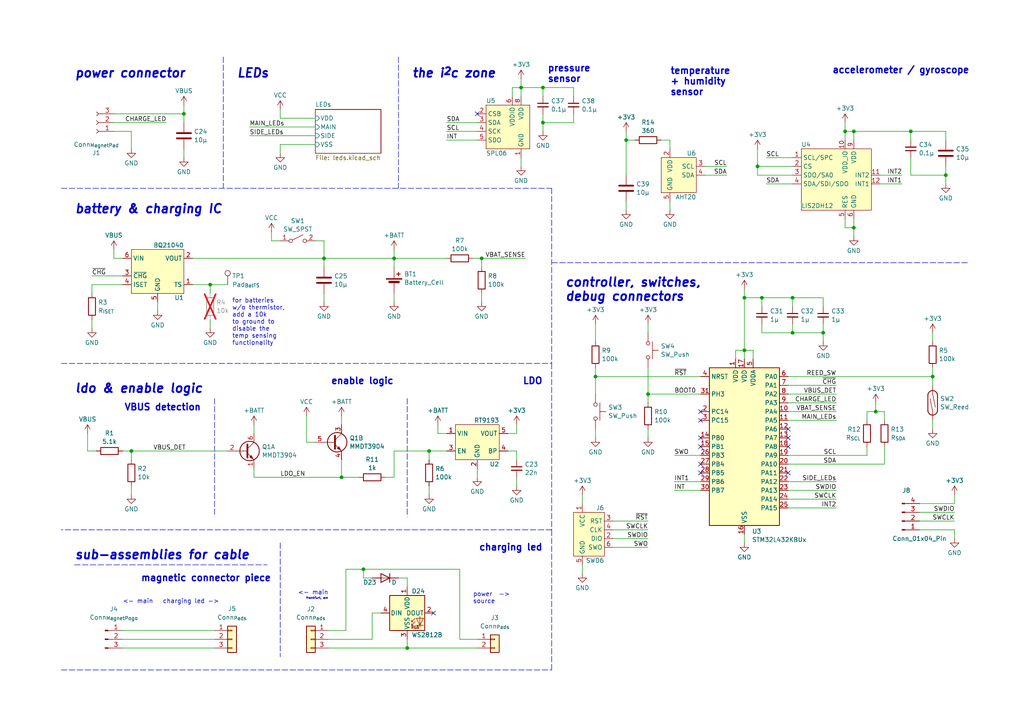
<source format=kicad_sch>
(kicad_sch (version 20230121) (generator eeschema)

  (uuid 4d560784-218e-4325-bcee-8adec49bb741)

  (paper "A4")

  (title_block
    (title "Self contained addressible RGB ring for 3M 501")
    (date "2024-01-06")
    (rev "r0")
    (company "xenua")
  )

  

  (junction (at 99.06 138.43) (diameter 0) (color 0 0 0 0)
    (uuid 00be6c8a-3314-4697-87d0-4fff3564595c)
  )
  (junction (at 229.87 86.36) (diameter 0) (color 0 0 0 0)
    (uuid 07dbc83e-2992-48a6-8f0f-f80475d43cf0)
  )
  (junction (at 219.71 48.26) (diameter 0) (color 0 0 0 0)
    (uuid 0a534514-869a-409e-8839-feca7c640e0f)
  )
  (junction (at 264.16 38.1) (diameter 0) (color 0 0 0 0)
    (uuid 1070bee7-4789-4e63-af07-dcda51eb6a4e)
  )
  (junction (at 118.11 187.96) (diameter 0) (color 0 0 0 0)
    (uuid 1875b378-e9c3-468f-ad80-1fc369ae85cd)
  )
  (junction (at 187.96 114.3) (diameter 0) (color 0 0 0 0)
    (uuid 212e331c-9e41-4534-a5e3-c09495291c42)
  )
  (junction (at 274.32 50.8) (diameter 0) (color 0 0 0 0)
    (uuid 45f8fff8-9d9a-4ee3-8bae-0d2ca411d11c)
  )
  (junction (at 245.11 38.1) (diameter 0) (color 0 0 0 0)
    (uuid 4b803aeb-19fd-474c-b9f8-1eaa27668155)
  )
  (junction (at 238.76 96.52) (diameter 0) (color 0 0 0 0)
    (uuid 4e9d6a0f-deca-43f5-97a1-98801a9d7265)
  )
  (junction (at 229.87 96.52) (diameter 0) (color 0 0 0 0)
    (uuid 6706d2f4-ba50-4898-be3d-efd6c821562b)
  )
  (junction (at 270.51 109.22) (diameter 0) (color 0 0 0 0)
    (uuid 6758f5f0-f0de-47f1-95dd-53f8d5b1a446)
  )
  (junction (at 157.48 35.56) (diameter 0) (color 0 0 0 0)
    (uuid 714fe432-3ae4-48c1-8ed6-8222d18d334b)
  )
  (junction (at 157.48 25.4) (diameter 0) (color 0 0 0 0)
    (uuid 81c4127d-563b-4593-82a0-48bc07db596c)
  )
  (junction (at 172.72 109.22) (diameter 0) (color 0 0 0 0)
    (uuid 8c880bb7-0498-4489-8650-459f76f2f07b)
  )
  (junction (at 247.65 38.1) (diameter 0) (color 0 0 0 0)
    (uuid 9e8f35dc-2f0f-4503-abe1-125ba5116390)
  )
  (junction (at 139.7 74.93) (diameter 0) (color 0 0 0 0)
    (uuid a77e1364-c826-4884-9481-1aa422af4067)
  )
  (junction (at 38.1 130.81) (diameter 0) (color 0 0 0 0)
    (uuid adfdedac-4ffe-4e59-ac52-3e3693709d89)
  )
  (junction (at 60.96 82.55) (diameter 0) (color 0 0 0 0)
    (uuid ae71228b-5a22-4d53-9b76-8bfca4f07e75)
  )
  (junction (at 181.61 40.64) (diameter 0) (color 0 0 0 0)
    (uuid b1b53e91-bdda-4967-b509-6ee894536719)
  )
  (junction (at 114.3 74.93) (diameter 0) (color 0 0 0 0)
    (uuid b3e150eb-2701-4db2-b115-f2e407bd3751)
  )
  (junction (at 93.98 74.93) (diameter 0) (color 0 0 0 0)
    (uuid bc844b04-0902-444b-bf9b-335c3bf2e963)
  )
  (junction (at 254 119.38) (diameter 0) (color 0 0 0 0)
    (uuid cf464fdf-be1b-4b41-ab43-429d3ea778f5)
  )
  (junction (at 124.46 130.81) (diameter 0) (color 0 0 0 0)
    (uuid d75a2aa0-989c-4b8d-a8a7-6add34690d03)
  )
  (junction (at 215.9 86.36) (diameter 0) (color 0 0 0 0)
    (uuid d872c22b-0899-48d2-81ed-5d9078c72f33)
  )
  (junction (at 151.13 25.4) (diameter 0) (color 0 0 0 0)
    (uuid dbdc4efd-9244-449f-9428-9bcf20666e10)
  )
  (junction (at 220.98 86.36) (diameter 0) (color 0 0 0 0)
    (uuid e3fc7f68-f6ea-4bae-a9d2-8299dfc940e9)
  )
  (junction (at 247.65 66.04) (diameter 0) (color 0 0 0 0)
    (uuid f0c51edc-e136-496b-87ad-a28533ca19d5)
  )
  (junction (at 105.41 165.1) (diameter 0) (color 0 0 0 0)
    (uuid f233961b-4443-41cd-a5cd-9749385c6499)
  )
  (junction (at 53.34 33.02) (diameter 0) (color 0 0 0 0)
    (uuid f51a2f11-72bb-46d8-af13-39806f3abaef)
  )
  (junction (at 215.9 101.6) (diameter 0) (color 0 0 0 0)
    (uuid f793a0d2-a332-4f2b-82dc-493e8cafa9ac)
  )

  (no_connect (at 125.73 177.8) (uuid 11cbb8a9-3e2f-480d-a719-d2db815aacf2))
  (no_connect (at 203.2 127) (uuid 30a48fd7-b7df-4aed-95a5-79ad5dd1326d))
  (no_connect (at 228.6 137.16) (uuid 31a38823-e517-481a-aea5-ba8487e78fc3))
  (no_connect (at 228.6 129.54) (uuid 48e86410-a3c0-4dcf-9611-cd0cb40e768b))
  (no_connect (at 203.2 134.62) (uuid 89f6bf3a-5b83-4e74-bd7c-2b9d3d2fd569))
  (no_connect (at 228.6 127) (uuid 970e9ceb-6df1-4a49-bef5-a8467ce62340))
  (no_connect (at 138.43 33.02) (uuid b1c1376a-142f-4bb5-a3ae-a85ac246bb51))
  (no_connect (at 228.6 124.46) (uuid c2cfde28-c70b-4d02-ba55-c77c8096d3e7))
  (no_connect (at 203.2 129.54) (uuid e135e2c6-a1e9-430a-8e25-903c0ac0e05e))
  (no_connect (at 203.2 119.38) (uuid e1acd9e8-fccf-40b1-94e1-750878570491))
  (no_connect (at 203.2 121.92) (uuid f8857871-8a0f-4311-a6d3-210c3e10f64a))
  (no_connect (at 203.2 137.16) (uuid fb29dca0-470c-49ae-ab75-c34b3fa71de5))

  (wire (pts (xy 149.86 123.19) (xy 149.86 125.73))
    (stroke (width 0) (type default))
    (uuid 008e9feb-5b7a-46d3-a0d4-5165fb82d197)
  )
  (wire (pts (xy 81.28 41.91) (xy 91.44 41.91))
    (stroke (width 0) (type default))
    (uuid 019e0ad5-6f04-44dc-a109-d8069ea191c2)
  )
  (wire (pts (xy 195.58 139.7) (xy 203.2 139.7))
    (stroke (width 0) (type default))
    (uuid 037126ed-f56c-4a96-9169-e14aa65f344e)
  )
  (wire (pts (xy 149.86 130.81) (xy 147.32 130.81))
    (stroke (width 0) (type default))
    (uuid 03e33305-b721-4cfd-9456-9954c272ef92)
  )
  (polyline (pts (xy 81.28 157.48) (xy 81.28 190.5))
    (stroke (width 0) (type dash))
    (uuid 064ca802-b165-440b-9da2-4bbbfc47fc1d)
  )

  (wire (pts (xy 81.28 44.45) (xy 81.28 41.91))
    (stroke (width 0) (type default))
    (uuid 0651ef0d-c2b8-447e-9c4a-c512c44005ca)
  )
  (polyline (pts (xy 17.78 54.61) (xy 133.35 54.61))
    (stroke (width 0) (type dash))
    (uuid 068f28d6-7871-4cc6-8bbd-c207bd267fb1)
  )

  (wire (pts (xy 194.31 40.64) (xy 194.31 43.18))
    (stroke (width 0) (type default))
    (uuid 06d8a0a4-b03c-49c8-9d44-93b9a895e29c)
  )
  (wire (pts (xy 177.8 156.21) (xy 187.96 156.21))
    (stroke (width 0) (type default))
    (uuid 08d99856-02d4-428f-ae2b-383f8b5a0673)
  )
  (wire (pts (xy 78.74 67.31) (xy 78.74 69.85))
    (stroke (width 0) (type default))
    (uuid 08ffc3e4-b5f4-4211-8deb-5fd4fcc7994b)
  )
  (wire (pts (xy 35.56 74.93) (xy 33.02 74.93))
    (stroke (width 0) (type default))
    (uuid 096c5459-9c0f-414d-9c9e-09d38892748d)
  )
  (polyline (pts (xy 160.02 54.61) (xy 160.02 105.41))
    (stroke (width 0) (type dash))
    (uuid 0d88fde7-6c72-4023-97ed-cf4ff24998bb)
  )

  (wire (pts (xy 204.47 50.8) (xy 210.82 50.8))
    (stroke (width 0) (type default))
    (uuid 1138c0c2-7183-4c96-af7a-e7e1695afe96)
  )
  (wire (pts (xy 25.4 125.73) (xy 25.4 130.81))
    (stroke (width 0) (type default))
    (uuid 11dbb6ce-ffd5-43f2-9b69-c00305d603cf)
  )
  (wire (pts (xy 139.7 74.93) (xy 137.16 74.93))
    (stroke (width 0) (type default))
    (uuid 137efeb8-aeaa-4ee4-b155-9552f96a7850)
  )
  (wire (pts (xy 157.48 35.56) (xy 157.48 38.1))
    (stroke (width 0) (type default))
    (uuid 13a5d5d6-a0d9-4b28-905d-fb405a918763)
  )
  (wire (pts (xy 181.61 40.64) (xy 184.15 40.64))
    (stroke (width 0) (type default))
    (uuid 14c62e0d-ae54-4407-8ff6-bc0028d5b501)
  )
  (wire (pts (xy 264.16 50.8) (xy 274.32 50.8))
    (stroke (width 0) (type default))
    (uuid 16d20d84-eb8c-4ece-b38e-ec209d807a54)
  )
  (wire (pts (xy 35.56 82.55) (xy 26.67 82.55))
    (stroke (width 0) (type default))
    (uuid 1849e81c-5ea1-45ff-a80d-de88506c654b)
  )
  (wire (pts (xy 93.98 74.93) (xy 93.98 69.85))
    (stroke (width 0) (type default))
    (uuid 1852af90-0ba8-4e50-9a19-8b9e2230827c)
  )
  (wire (pts (xy 172.72 124.46) (xy 172.72 127))
    (stroke (width 0) (type default))
    (uuid 1aa57586-6c35-4a58-96a5-503bf9ab54ee)
  )
  (wire (pts (xy 53.34 33.02) (xy 53.34 35.56))
    (stroke (width 0) (type default))
    (uuid 1d47100d-327e-48a8-b77b-45bd695ef147)
  )
  (wire (pts (xy 93.98 85.09) (xy 93.98 87.63))
    (stroke (width 0) (type default))
    (uuid 1da920b4-5f18-42bb-bd69-0ae02f4dc353)
  )
  (wire (pts (xy 219.71 43.18) (xy 219.71 48.26))
    (stroke (width 0) (type default))
    (uuid 1ee7bfce-27f4-43e6-8a59-b9a730fa006d)
  )
  (wire (pts (xy 213.36 104.14) (xy 213.36 101.6))
    (stroke (width 0) (type default))
    (uuid 1fb4a788-4d43-4166-b880-e79675ab0be8)
  )
  (wire (pts (xy 157.48 35.56) (xy 166.37 35.56))
    (stroke (width 0) (type default))
    (uuid 210f6abb-25c0-4e5d-8e99-9ab537babd2e)
  )
  (wire (pts (xy 213.36 101.6) (xy 215.9 101.6))
    (stroke (width 0) (type default))
    (uuid 2379367e-9e61-4bb8-bbf2-21feee99bf7c)
  )
  (wire (pts (xy 228.6 142.24) (xy 242.57 142.24))
    (stroke (width 0) (type default))
    (uuid 2390ffb5-f988-48b1-a948-ff55cb96fa67)
  )
  (wire (pts (xy 157.48 33.02) (xy 157.48 35.56))
    (stroke (width 0) (type default))
    (uuid 24f415bc-22b1-48e3-ad79-5505e222a2b5)
  )
  (wire (pts (xy 124.46 130.81) (xy 124.46 133.35))
    (stroke (width 0) (type default))
    (uuid 26c33186-853f-4f2a-a25b-6f5f9fe79010)
  )
  (wire (pts (xy 73.66 123.19) (xy 73.66 125.73))
    (stroke (width 0) (type default))
    (uuid 28d5e946-dd00-490c-8f78-40889505b1f6)
  )
  (wire (pts (xy 81.28 31.75) (xy 81.28 34.29))
    (stroke (width 0) (type default))
    (uuid 2965b833-332a-4a4f-b545-3c992528542e)
  )
  (wire (pts (xy 264.16 38.1) (xy 264.16 40.64))
    (stroke (width 0) (type default))
    (uuid 2b3537a8-9bbc-4605-8137-0374ccf95f88)
  )
  (wire (pts (xy 166.37 25.4) (xy 157.48 25.4))
    (stroke (width 0) (type default))
    (uuid 2f20fdb2-3112-4658-b611-8cae013975f2)
  )
  (wire (pts (xy 177.8 153.67) (xy 187.96 153.67))
    (stroke (width 0) (type default))
    (uuid 30465110-8686-405a-af99-0137bdc708b4)
  )
  (wire (pts (xy 157.48 25.4) (xy 151.13 25.4))
    (stroke (width 0) (type default))
    (uuid 30eb9942-f233-4be2-b77c-d51c7b8e3376)
  )
  (wire (pts (xy 151.13 25.4) (xy 151.13 27.94))
    (stroke (width 0) (type default))
    (uuid 3203a8d1-c9b1-4b98-beea-75ed999bf9b2)
  )
  (wire (pts (xy 33.02 33.02) (xy 53.34 33.02))
    (stroke (width 0) (type default))
    (uuid 3303a6b4-992c-410e-a1d9-5b727c09e4bc)
  )
  (wire (pts (xy 72.39 39.37) (xy 91.44 39.37))
    (stroke (width 0) (type default))
    (uuid 33eeccc2-0d11-499b-9dff-afe3fb411d80)
  )
  (wire (pts (xy 187.96 106.68) (xy 187.96 114.3))
    (stroke (width 0) (type default))
    (uuid 3776d30e-6666-4b07-b365-5c6bf3b7d9a0)
  )
  (wire (pts (xy 114.3 85.09) (xy 114.3 87.63))
    (stroke (width 0) (type default))
    (uuid 3893cecb-fcb7-4ce8-8d4d-957706b7f9dd)
  )
  (wire (pts (xy 194.31 58.42) (xy 194.31 60.96))
    (stroke (width 0) (type default))
    (uuid 394d893b-893c-4adb-b6d4-40e901df3d8d)
  )
  (wire (pts (xy 276.86 146.05) (xy 266.7 146.05))
    (stroke (width 0) (type default))
    (uuid 3afa70dc-a334-4e5a-9d9e-45171eaa8c27)
  )
  (polyline (pts (xy 118.11 115.57) (xy 118.11 149.86))
    (stroke (width 0) (type dash))
    (uuid 40ab2897-edd6-442c-ac8e-da8a8a8ef413)
  )

  (wire (pts (xy 26.67 82.55) (xy 26.67 85.09))
    (stroke (width 0) (type default))
    (uuid 436ec4e0-1055-4eb5-9f9b-0539260b8c6d)
  )
  (wire (pts (xy 245.11 63.5) (xy 245.11 66.04))
    (stroke (width 0) (type default))
    (uuid 448a0fd9-2194-46ef-a365-bf62e87e34f6)
  )
  (wire (pts (xy 100.33 165.1) (xy 105.41 165.1))
    (stroke (width 0) (type default))
    (uuid 46eea67f-904f-411f-ae44-8349f5201f89)
  )
  (wire (pts (xy 107.95 177.8) (xy 110.49 177.8))
    (stroke (width 0) (type default))
    (uuid 47526974-efff-49fa-b8ef-c95053d8c9d1)
  )
  (wire (pts (xy 181.61 38.1) (xy 181.61 40.64))
    (stroke (width 0) (type default))
    (uuid 475437e5-bef3-40b6-acb1-1de29e52f35a)
  )
  (wire (pts (xy 139.7 74.93) (xy 152.4 74.93))
    (stroke (width 0) (type default))
    (uuid 475575af-e989-4af9-b855-8ff1b9c9cdb0)
  )
  (wire (pts (xy 220.98 86.36) (xy 220.98 88.9))
    (stroke (width 0) (type default))
    (uuid 47797b7b-8767-4974-8ee5-419938b77a8e)
  )
  (wire (pts (xy 274.32 40.64) (xy 274.32 38.1))
    (stroke (width 0) (type default))
    (uuid 4bdc643d-c9f6-4efa-9d2b-cf0c104fd35c)
  )
  (wire (pts (xy 38.1 130.81) (xy 38.1 133.35))
    (stroke (width 0) (type default))
    (uuid 4be4b513-b001-4611-b899-d6528967a9a3)
  )
  (wire (pts (xy 187.96 93.98) (xy 187.96 96.52))
    (stroke (width 0) (type default))
    (uuid 501b3103-c859-43d0-82a9-b3a9357d644c)
  )
  (wire (pts (xy 139.7 85.09) (xy 139.7 87.63))
    (stroke (width 0) (type default))
    (uuid 50bf14c0-3f39-4024-8efb-2cc1f41ea677)
  )
  (wire (pts (xy 60.96 92.71) (xy 60.96 95.25))
    (stroke (width 0) (type default))
    (uuid 53911d7f-58c4-4de9-af69-8623d6ef1d70)
  )
  (wire (pts (xy 254 116.84) (xy 254 119.38))
    (stroke (width 0) (type default))
    (uuid 53c38832-da21-4930-a749-ae6b35fd2c0f)
  )
  (polyline (pts (xy 160.02 76.2) (xy 280.67 76.2))
    (stroke (width 0) (type dash))
    (uuid 57815137-c39e-4669-a581-a82a74a85008)
  )

  (wire (pts (xy 151.13 22.86) (xy 151.13 25.4))
    (stroke (width 0) (type default))
    (uuid 58b195a0-8b7a-4b34-9c89-d5a73b25e5f1)
  )
  (wire (pts (xy 274.32 50.8) (xy 274.32 48.26))
    (stroke (width 0) (type default))
    (uuid 594aa933-b729-4055-b0b3-8aa3d0512e47)
  )
  (wire (pts (xy 215.9 154.94) (xy 215.9 157.48))
    (stroke (width 0) (type default))
    (uuid 5a4cb1fc-71de-4cbd-8a00-e5816d3bbd69)
  )
  (wire (pts (xy 95.25 182.88) (xy 100.33 182.88))
    (stroke (width 0) (type default))
    (uuid 5aab7999-2b3b-4193-bd3b-9e9512b102c8)
  )
  (wire (pts (xy 53.34 45.72) (xy 53.34 43.18))
    (stroke (width 0) (type default))
    (uuid 5b127953-5b58-4538-9388-4613413b0d1a)
  )
  (wire (pts (xy 266.7 148.59) (xy 276.86 148.59))
    (stroke (width 0) (type default))
    (uuid 5b99e13f-ca85-4b5a-b709-2b83a3b083db)
  )
  (wire (pts (xy 254 119.38) (xy 256.54 119.38))
    (stroke (width 0) (type default))
    (uuid 5be01df9-0fb9-44e9-bc48-7699b84493fd)
  )
  (wire (pts (xy 149.86 138.43) (xy 149.86 140.97))
    (stroke (width 0) (type default))
    (uuid 5ca8f344-53bb-41cb-8021-6b509e6b39c1)
  )
  (wire (pts (xy 228.6 139.7) (xy 242.57 139.7))
    (stroke (width 0) (type default))
    (uuid 5d15ee69-a5aa-41ab-aae1-e4083ad9da13)
  )
  (wire (pts (xy 115.57 167.64) (xy 118.11 167.64))
    (stroke (width 0) (type default))
    (uuid 5d1d147b-e2cc-4ae9-b47e-2d2e079bc744)
  )
  (wire (pts (xy 60.96 85.09) (xy 60.96 82.55))
    (stroke (width 0) (type default))
    (uuid 5ecc844e-769b-4981-80f8-e8855b255eb3)
  )
  (wire (pts (xy 270.51 96.52) (xy 270.51 99.06))
    (stroke (width 0) (type default))
    (uuid 615b2ae2-9ee0-4b1c-a4e0-e49f7fa5ce35)
  )
  (wire (pts (xy 191.77 40.64) (xy 194.31 40.64))
    (stroke (width 0) (type default))
    (uuid 639f27bb-63bf-480a-ab5d-95b692d15d74)
  )
  (wire (pts (xy 95.25 187.96) (xy 118.11 187.96))
    (stroke (width 0) (type default))
    (uuid 64296e09-771e-4789-b886-6f901d880f64)
  )
  (wire (pts (xy 172.72 106.68) (xy 172.72 109.22))
    (stroke (width 0) (type default))
    (uuid 650dcf14-379c-408b-9f41-34af7d772de9)
  )
  (wire (pts (xy 166.37 33.02) (xy 166.37 35.56))
    (stroke (width 0) (type default))
    (uuid 67854e24-3ec1-41a9-888f-ab0e3a44a11b)
  )
  (wire (pts (xy 129.54 35.56) (xy 138.43 35.56))
    (stroke (width 0) (type default))
    (uuid 6809da8a-e043-45a3-96ef-a04835d2ddf2)
  )
  (wire (pts (xy 229.87 86.36) (xy 229.87 88.9))
    (stroke (width 0) (type default))
    (uuid 69d72318-c194-419c-a48b-93ed72383918)
  )
  (wire (pts (xy 114.3 74.93) (xy 114.3 77.47))
    (stroke (width 0) (type default))
    (uuid 6a22d205-1599-414b-a13b-b5dfdf8f8995)
  )
  (polyline (pts (xy 115.57 16.51) (xy 115.57 54.61))
    (stroke (width 0) (type dash))
    (uuid 6cc27c02-5a93-4f8d-98e1-e5e11fe583d2)
  )

  (wire (pts (xy 238.76 93.98) (xy 238.76 96.52))
    (stroke (width 0) (type default))
    (uuid 6da97a80-db3b-4e88-97a5-1f3186f41384)
  )
  (wire (pts (xy 247.65 66.04) (xy 247.65 68.58))
    (stroke (width 0) (type default))
    (uuid 6dc631e4-59d2-41b9-a512-fbcaf82ea3c1)
  )
  (wire (pts (xy 228.6 114.3) (xy 242.57 114.3))
    (stroke (width 0) (type default))
    (uuid 6e19bf95-01de-40bb-b945-e6f984adcfd4)
  )
  (wire (pts (xy 129.54 40.64) (xy 138.43 40.64))
    (stroke (width 0) (type default))
    (uuid 6e83abeb-ddbc-4505-a8e1-f74955a37b2a)
  )
  (wire (pts (xy 228.6 121.92) (xy 242.57 121.92))
    (stroke (width 0) (type default))
    (uuid 6f60f1b4-3310-4b62-a3ad-684f13def212)
  )
  (wire (pts (xy 147.32 125.73) (xy 149.86 125.73))
    (stroke (width 0) (type default))
    (uuid 7050a3d9-fc89-4490-a359-c8efaeb2cb7e)
  )
  (wire (pts (xy 220.98 96.52) (xy 229.87 96.52))
    (stroke (width 0) (type default))
    (uuid 7167d9d6-8ade-46aa-b881-da354077e635)
  )
  (wire (pts (xy 99.06 138.43) (xy 104.14 138.43))
    (stroke (width 0) (type default))
    (uuid 71d63ced-7da2-40e7-bc3a-4f9f45d06437)
  )
  (wire (pts (xy 228.6 119.38) (xy 242.57 119.38))
    (stroke (width 0) (type default))
    (uuid 74e830f2-f160-4c09-9553-2144b4c7089d)
  )
  (wire (pts (xy 114.3 74.93) (xy 93.98 74.93))
    (stroke (width 0) (type default))
    (uuid 752f1751-eef4-42ca-b62b-b6f8c1a26fe2)
  )
  (wire (pts (xy 247.65 38.1) (xy 264.16 38.1))
    (stroke (width 0) (type default))
    (uuid 758d9eab-0070-499c-809a-6689223431f2)
  )
  (wire (pts (xy 35.56 185.42) (xy 62.23 185.42))
    (stroke (width 0) (type default))
    (uuid 75976c02-67c2-43d5-9aff-25863bd9223a)
  )
  (wire (pts (xy 107.95 185.42) (xy 95.25 185.42))
    (stroke (width 0) (type default))
    (uuid 75a7a4c6-8a52-48dd-9050-7adf9ac6940a)
  )
  (wire (pts (xy 53.34 30.48) (xy 53.34 33.02))
    (stroke (width 0) (type default))
    (uuid 75b88da4-d91f-4ac1-b5d2-4743b56df2c9)
  )
  (wire (pts (xy 195.58 142.24) (xy 203.2 142.24))
    (stroke (width 0) (type default))
    (uuid 769f0454-6754-4f3d-a5f1-16e11a07cbfb)
  )
  (wire (pts (xy 222.25 45.72) (xy 229.87 45.72))
    (stroke (width 0) (type default))
    (uuid 76a51f3d-309b-4580-babd-df8e5fd4002e)
  )
  (wire (pts (xy 38.1 140.97) (xy 38.1 143.51))
    (stroke (width 0) (type default))
    (uuid 784e5769-a102-4b70-b9c3-7ad30e0094aa)
  )
  (wire (pts (xy 148.59 27.94) (xy 148.59 25.4))
    (stroke (width 0) (type default))
    (uuid 784e7f93-cb52-41d5-a3b8-80b32609cce0)
  )
  (wire (pts (xy 204.47 48.26) (xy 210.82 48.26))
    (stroke (width 0) (type default))
    (uuid 78c87887-de07-4cac-8660-2e6f3aac954a)
  )
  (wire (pts (xy 38.1 38.1) (xy 33.02 38.1))
    (stroke (width 0) (type default))
    (uuid 799edb44-f788-40cc-b667-29f0c6d5c8c8)
  )
  (wire (pts (xy 218.44 101.6) (xy 218.44 104.14))
    (stroke (width 0) (type default))
    (uuid 7ab84063-6b05-48e3-ab11-e37dbf95b171)
  )
  (wire (pts (xy 73.66 135.89) (xy 73.66 138.43))
    (stroke (width 0) (type default))
    (uuid 7ae4866d-c975-4dcd-9d68-162693841101)
  )
  (wire (pts (xy 100.33 182.88) (xy 100.33 165.1))
    (stroke (width 0) (type default))
    (uuid 7bda30d8-a80e-46f6-9841-ac8bbd677a48)
  )
  (wire (pts (xy 25.4 130.81) (xy 27.94 130.81))
    (stroke (width 0) (type default))
    (uuid 7c4e163d-2781-4a6d-939a-8b796254b4e6)
  )
  (wire (pts (xy 228.6 116.84) (xy 242.57 116.84))
    (stroke (width 0) (type default))
    (uuid 7efffd63-8a19-45fe-99c1-8aa05dcb9b05)
  )
  (polyline (pts (xy 133.35 54.61) (xy 160.02 54.61))
    (stroke (width 0) (type dash))
    (uuid 7fd29b21-8738-4db5-acbf-010fdd87e8ac)
  )

  (wire (pts (xy 270.51 106.68) (xy 270.51 109.22))
    (stroke (width 0) (type default))
    (uuid 803f7026-1da1-499f-99a2-4937b02e1fe4)
  )
  (wire (pts (xy 247.65 66.04) (xy 247.65 63.5))
    (stroke (width 0) (type default))
    (uuid 808faec0-011a-4a04-a094-4a8db4c9a422)
  )
  (wire (pts (xy 222.25 53.34) (xy 229.87 53.34))
    (stroke (width 0) (type default))
    (uuid 80b4dd9b-50d9-4e39-9bda-979b5ede2f27)
  )
  (wire (pts (xy 129.54 38.1) (xy 138.43 38.1))
    (stroke (width 0) (type default))
    (uuid 80c76963-b894-4477-b450-4402a8b7500b)
  )
  (wire (pts (xy 33.02 35.56) (xy 48.26 35.56))
    (stroke (width 0) (type default))
    (uuid 83b23ad4-b8f0-4965-9447-869756a7b3b8)
  )
  (wire (pts (xy 60.96 82.55) (xy 66.04 82.55))
    (stroke (width 0) (type default))
    (uuid 874b9ed8-3e52-4255-8423-2688a0402b7a)
  )
  (wire (pts (xy 181.61 40.64) (xy 181.61 50.8))
    (stroke (width 0) (type default))
    (uuid 87d7e9d2-8154-48ee-8a28-6285569e623b)
  )
  (wire (pts (xy 168.91 163.83) (xy 168.91 166.37))
    (stroke (width 0) (type default))
    (uuid 8abfa386-91d2-4a4e-bdd5-61e937104b9b)
  )
  (wire (pts (xy 256.54 134.62) (xy 256.54 129.54))
    (stroke (width 0) (type default))
    (uuid 8aecdfab-c530-4430-b5b6-2e0df6aa11e6)
  )
  (wire (pts (xy 45.72 90.17) (xy 45.72 87.63))
    (stroke (width 0) (type default))
    (uuid 8c4ad09b-5d9f-4f89-ae54-223f66990876)
  )
  (polyline (pts (xy 62.23 115.57) (xy 62.23 149.86))
    (stroke (width 0) (type dash))
    (uuid 8dfa7651-2cd1-4430-a872-19bedf38acb9)
  )

  (wire (pts (xy 215.9 86.36) (xy 215.9 101.6))
    (stroke (width 0) (type default))
    (uuid 8fa31763-9acb-4387-88d8-c23b4778bc7b)
  )
  (wire (pts (xy 187.96 124.46) (xy 187.96 127))
    (stroke (width 0) (type default))
    (uuid 91ce835b-ba8c-416c-8120-abda7092fc8b)
  )
  (wire (pts (xy 26.67 92.71) (xy 26.67 95.25))
    (stroke (width 0) (type default))
    (uuid 9360212a-ffd4-42e7-b85e-af239c2acf7f)
  )
  (wire (pts (xy 247.65 38.1) (xy 245.11 38.1))
    (stroke (width 0) (type default))
    (uuid 938fac20-e9b3-4bca-aa2b-c81687f7c418)
  )
  (wire (pts (xy 245.11 66.04) (xy 247.65 66.04))
    (stroke (width 0) (type default))
    (uuid 946f46f2-5af3-4a6e-838b-6fb04ed72cec)
  )
  (wire (pts (xy 220.98 93.98) (xy 220.98 96.52))
    (stroke (width 0) (type default))
    (uuid 95d5d5b4-7079-4e7c-99b0-a9eb72baa09c)
  )
  (wire (pts (xy 127 125.73) (xy 129.54 125.73))
    (stroke (width 0) (type default))
    (uuid 96283a5a-8075-48dc-a8da-ff65df6b6ba4)
  )
  (wire (pts (xy 35.56 182.88) (xy 62.23 182.88))
    (stroke (width 0) (type default))
    (uuid 96567580-2bc6-48cc-ab8c-6f0a5725010d)
  )
  (wire (pts (xy 35.56 187.96) (xy 62.23 187.96))
    (stroke (width 0) (type default))
    (uuid 9787fca8-737a-4d0d-a77d-a7cc33b4ed0e)
  )
  (wire (pts (xy 93.98 74.93) (xy 93.98 77.47))
    (stroke (width 0) (type default))
    (uuid 982f9889-30ab-43c3-9982-65bc3d094913)
  )
  (wire (pts (xy 107.95 167.64) (xy 105.41 167.64))
    (stroke (width 0) (type default))
    (uuid 98725020-4edd-49d5-86b9-ba94958b05d6)
  )
  (wire (pts (xy 118.11 187.96) (xy 138.43 187.96))
    (stroke (width 0) (type default))
    (uuid 997499e2-c218-4441-b879-2813c05d8a50)
  )
  (wire (pts (xy 251.46 132.08) (xy 251.46 129.54))
    (stroke (width 0) (type default))
    (uuid 9a627f74-3b53-42aa-9905-a321ba5dfce5)
  )
  (wire (pts (xy 38.1 130.81) (xy 66.04 130.81))
    (stroke (width 0) (type default))
    (uuid 9bff97e6-7b13-4207-8e3f-ca00b180d376)
  )
  (wire (pts (xy 91.44 69.85) (xy 93.98 69.85))
    (stroke (width 0) (type default))
    (uuid 9c0ee334-0f83-4d27-afb9-eb0218adfeb7)
  )
  (wire (pts (xy 215.9 83.82) (xy 215.9 86.36))
    (stroke (width 0) (type default))
    (uuid 9c723455-17cc-43dc-87d8-d4eeea70e077)
  )
  (wire (pts (xy 172.72 109.22) (xy 203.2 109.22))
    (stroke (width 0) (type default))
    (uuid 9d7e0145-46a4-4090-8ac7-b959e7521c22)
  )
  (wire (pts (xy 229.87 48.26) (xy 219.71 48.26))
    (stroke (width 0) (type default))
    (uuid 9d8994a5-717f-4f51-8851-d926b5846980)
  )
  (polyline (pts (xy 64.77 16.51) (xy 64.77 54.61))
    (stroke (width 0) (type dash))
    (uuid 9fbab908-c948-4c95-a328-c03533ea26c2)
  )

  (wire (pts (xy 276.86 153.67) (xy 266.7 153.67))
    (stroke (width 0) (type default))
    (uuid a4116ece-4bfd-4fcd-a8c6-dcf681b6751d)
  )
  (polyline (pts (xy 17.78 105.41) (xy 160.02 105.41))
    (stroke (width 0) (type dash))
    (uuid a6b516fa-5476-4714-840c-4faaa17f6101)
  )

  (wire (pts (xy 148.59 25.4) (xy 151.13 25.4))
    (stroke (width 0) (type default))
    (uuid aa157672-901f-45a0-bd01-05c42f913f64)
  )
  (wire (pts (xy 228.6 147.32) (xy 242.57 147.32))
    (stroke (width 0) (type default))
    (uuid ac3bbcd6-3a41-4d63-8711-b83d716a0542)
  )
  (wire (pts (xy 274.32 50.8) (xy 274.32 53.34))
    (stroke (width 0) (type default))
    (uuid acf00baa-2db7-449b-9100-167e840ac7be)
  )
  (wire (pts (xy 107.95 177.8) (xy 107.95 185.42))
    (stroke (width 0) (type default))
    (uuid ad5b61c5-795b-44a1-9e77-895019f36419)
  )
  (wire (pts (xy 219.71 50.8) (xy 219.71 48.26))
    (stroke (width 0) (type default))
    (uuid af7eeed3-580e-4a67-ad02-471d66f374b5)
  )
  (wire (pts (xy 157.48 25.4) (xy 157.48 27.94))
    (stroke (width 0) (type default))
    (uuid af803455-bfba-4ca8-bab7-418900312ee5)
  )
  (wire (pts (xy 187.96 158.75) (xy 177.8 158.75))
    (stroke (width 0) (type default))
    (uuid b01e892e-1e05-43bc-afcc-5e080323e33d)
  )
  (wire (pts (xy 228.6 111.76) (xy 242.57 111.76))
    (stroke (width 0) (type default))
    (uuid b168fb8c-6950-45c8-8194-d67fbc61ef5e)
  )
  (wire (pts (xy 168.91 143.51) (xy 168.91 146.05))
    (stroke (width 0) (type default))
    (uuid b233049e-1847-41fe-ae66-5f8369b4506f)
  )
  (wire (pts (xy 238.76 99.06) (xy 238.76 96.52))
    (stroke (width 0) (type default))
    (uuid b8945b09-e828-493f-b0c9-492b0bf02b54)
  )
  (wire (pts (xy 228.6 144.78) (xy 242.57 144.78))
    (stroke (width 0) (type default))
    (uuid b8a14578-1449-4ab2-a36c-439d973a9cd7)
  )
  (wire (pts (xy 264.16 38.1) (xy 274.32 38.1))
    (stroke (width 0) (type default))
    (uuid bbc073cb-aba5-461e-b219-e120dad7b066)
  )
  (wire (pts (xy 172.72 114.3) (xy 172.72 109.22))
    (stroke (width 0) (type default))
    (uuid be78403f-909a-4bdd-8e05-68772557c1fa)
  )
  (wire (pts (xy 187.96 114.3) (xy 187.96 116.84))
    (stroke (width 0) (type default))
    (uuid bf2dd0c9-653d-4811-ab1e-279bdafdaaae)
  )
  (wire (pts (xy 72.39 36.83) (xy 91.44 36.83))
    (stroke (width 0) (type default))
    (uuid bff12a2c-cc14-4350-9bfa-76cf92ac1162)
  )
  (wire (pts (xy 215.9 101.6) (xy 218.44 101.6))
    (stroke (width 0) (type default))
    (uuid c07a99bc-6c57-42eb-8e2f-2dbab6124c62)
  )
  (wire (pts (xy 255.27 53.34) (xy 261.62 53.34))
    (stroke (width 0) (type default))
    (uuid c39073a2-bd6c-45ca-877d-186ce9962e5e)
  )
  (polyline (pts (xy 160.02 105.41) (xy 160.02 153.67))
    (stroke (width 0) (type dash))
    (uuid c5147320-6936-4c3f-a4c2-2c05c539e414)
  )

  (wire (pts (xy 219.71 50.8) (xy 229.87 50.8))
    (stroke (width 0) (type default))
    (uuid c8b56d52-0e25-40ba-9383-a9ea9a4df1e1)
  )
  (wire (pts (xy 229.87 93.98) (xy 229.87 96.52))
    (stroke (width 0) (type default))
    (uuid c8fe9342-0315-4ef6-899c-3a6b3955c06e)
  )
  (wire (pts (xy 138.43 135.89) (xy 138.43 138.43))
    (stroke (width 0) (type default))
    (uuid cd6572c3-9f10-4af5-ba07-66ebcad76158)
  )
  (polyline (pts (xy 17.78 194.31) (xy 160.02 194.31))
    (stroke (width 0) (type dash))
    (uuid cf157f7e-f9e3-47ef-8112-817e3bb091dc)
  )

  (wire (pts (xy 228.6 132.08) (xy 251.46 132.08))
    (stroke (width 0) (type default))
    (uuid cf6257d1-6d61-46b0-855f-d7a3f21d10e5)
  )
  (wire (pts (xy 276.86 143.51) (xy 276.86 146.05))
    (stroke (width 0) (type default))
    (uuid d327b676-5a6b-49d0-b73b-4aed12bc2995)
  )
  (wire (pts (xy 229.87 96.52) (xy 238.76 96.52))
    (stroke (width 0) (type default))
    (uuid d3412161-cdc7-42e8-956f-2f3f92a131f2)
  )
  (polyline (pts (xy 160.02 194.31) (xy 160.02 153.67))
    (stroke (width 0) (type dash))
    (uuid d4c57131-e351-423f-b8df-c827c6216a62)
  )

  (wire (pts (xy 114.3 72.39) (xy 114.3 74.93))
    (stroke (width 0) (type default))
    (uuid d72a0393-5808-4b4d-8868-a5e5a5fa0c7c)
  )
  (wire (pts (xy 215.9 101.6) (xy 215.9 104.14))
    (stroke (width 0) (type default))
    (uuid d757f56b-b515-42ec-b5b9-f6379aa24008)
  )
  (wire (pts (xy 138.43 185.42) (xy 133.35 185.42))
    (stroke (width 0) (type default))
    (uuid d7c19550-3bbf-40a8-b6e5-f895d9b0f02a)
  )
  (wire (pts (xy 266.7 151.13) (xy 276.86 151.13))
    (stroke (width 0) (type default))
    (uuid d934b214-f469-4b3b-b76a-ee52f7828002)
  )
  (wire (pts (xy 229.87 86.36) (xy 238.76 86.36))
    (stroke (width 0) (type default))
    (uuid d97e85d2-a280-4415-bf88-08d5855d795a)
  )
  (wire (pts (xy 247.65 38.1) (xy 247.65 40.64))
    (stroke (width 0) (type default))
    (uuid da3e5080-3c79-4ed7-8641-96fe0a0bc1da)
  )
  (wire (pts (xy 151.13 45.72) (xy 151.13 48.26))
    (stroke (width 0) (type default))
    (uuid daba2151-3a85-452e-a6f8-c5c841511d0c)
  )
  (wire (pts (xy 276.86 153.67) (xy 276.86 156.21))
    (stroke (width 0) (type default))
    (uuid dbed71b0-426a-4baa-a4f1-cf9cec11f3ad)
  )
  (polyline (pts (xy 21.59 163.83) (xy 77.47 163.83))
    (stroke (width 0) (type dash))
    (uuid dd8a0857-7247-487b-b6e0-ec4861e43249)
  )

  (wire (pts (xy 166.37 27.94) (xy 166.37 25.4))
    (stroke (width 0) (type default))
    (uuid deba47d2-3df1-4bbc-b798-8c9e54e98f91)
  )
  (wire (pts (xy 228.6 134.62) (xy 256.54 134.62))
    (stroke (width 0) (type default))
    (uuid dee42b0a-2f65-4828-95ae-85ca9d72396d)
  )
  (wire (pts (xy 99.06 133.35) (xy 99.06 138.43))
    (stroke (width 0) (type default))
    (uuid df025ba7-92e1-4a34-911e-703ae0fc03db)
  )
  (wire (pts (xy 256.54 119.38) (xy 256.54 121.92))
    (stroke (width 0) (type default))
    (uuid e0793298-c748-42c8-a804-a418c5f08979)
  )
  (wire (pts (xy 264.16 45.72) (xy 264.16 50.8))
    (stroke (width 0) (type default))
    (uuid e0ca63e9-a76a-40d7-9702-296b77841be7)
  )
  (wire (pts (xy 172.72 93.98) (xy 172.72 99.06))
    (stroke (width 0) (type default))
    (uuid e0ee8dc2-7bdd-4437-ad34-d0d96da72e40)
  )
  (wire (pts (xy 215.9 86.36) (xy 220.98 86.36))
    (stroke (width 0) (type default))
    (uuid e150306f-ef9a-48c0-b4d7-11cbdee1bc61)
  )
  (wire (pts (xy 187.96 151.13) (xy 177.8 151.13))
    (stroke (width 0) (type default))
    (uuid e1eb97ac-85cf-41f3-99a2-fb6d330b8548)
  )
  (wire (pts (xy 81.28 34.29) (xy 91.44 34.29))
    (stroke (width 0) (type default))
    (uuid e2659d08-66d6-4848-9fee-4165943eba88)
  )
  (wire (pts (xy 118.11 167.64) (xy 118.11 170.18))
    (stroke (width 0) (type default))
    (uuid e32e4afb-549d-4299-888a-d2fb500c7b28)
  )
  (wire (pts (xy 195.58 132.08) (xy 203.2 132.08))
    (stroke (width 0) (type default))
    (uuid e339afe8-be6a-454a-8d24-1b6e7a028d09)
  )
  (wire (pts (xy 149.86 133.35) (xy 149.86 130.81))
    (stroke (width 0) (type default))
    (uuid e35e21a7-8396-4c52-aebb-586ad20600c3)
  )
  (wire (pts (xy 114.3 138.43) (xy 114.3 130.81))
    (stroke (width 0) (type default))
    (uuid e77c3485-035b-4858-9e0e-2e6295a48e29)
  )
  (polyline (pts (xy 160.02 153.67) (xy 17.78 153.67))
    (stroke (width 0) (type dash))
    (uuid e9bf6c33-2d86-4c14-ac5a-89b91d617698)
  )

  (wire (pts (xy 238.76 86.36) (xy 238.76 88.9))
    (stroke (width 0) (type default))
    (uuid e9da8042-e147-4616-9f14-7350c9ec1e60)
  )
  (wire (pts (xy 181.61 58.42) (xy 181.61 60.96))
    (stroke (width 0) (type default))
    (uuid ea776399-fd58-483e-91eb-dbee424a5283)
  )
  (wire (pts (xy 124.46 130.81) (xy 129.54 130.81))
    (stroke (width 0) (type default))
    (uuid ea9621d7-cd15-4a2a-b3ed-1e72b2fe8109)
  )
  (wire (pts (xy 228.6 109.22) (xy 270.51 109.22))
    (stroke (width 0) (type default))
    (uuid ebdc7d49-8fba-4d15-83a3-4a82e23e00a0)
  )
  (wire (pts (xy 105.41 165.1) (xy 133.35 165.1))
    (stroke (width 0) (type default))
    (uuid ec3da8ac-6e2f-40c7-a7e3-0192651ffaad)
  )
  (wire (pts (xy 99.06 120.65) (xy 99.06 123.19))
    (stroke (width 0) (type default))
    (uuid ec5b3567-0e60-48d7-85f8-d254fe0c6f1f)
  )
  (wire (pts (xy 124.46 140.97) (xy 124.46 143.51))
    (stroke (width 0) (type default))
    (uuid ec780776-8af4-48b9-820c-bed5ed2c5641)
  )
  (wire (pts (xy 251.46 121.92) (xy 251.46 119.38))
    (stroke (width 0) (type default))
    (uuid ed8868b9-a524-459b-b30b-6fe1e6ce33b3)
  )
  (wire (pts (xy 220.98 86.36) (xy 229.87 86.36))
    (stroke (width 0) (type default))
    (uuid ee568004-adf0-45ac-869f-1f7a08d7846f)
  )
  (wire (pts (xy 255.27 50.8) (xy 261.62 50.8))
    (stroke (width 0) (type default))
    (uuid ee9463dd-4bdd-4631-9a3e-a3ac41ed23e5)
  )
  (wire (pts (xy 245.11 40.64) (xy 245.11 38.1))
    (stroke (width 0) (type default))
    (uuid eec96f2b-d84f-4a33-9da1-c500685399ae)
  )
  (wire (pts (xy 33.02 72.39) (xy 33.02 74.93))
    (stroke (width 0) (type default))
    (uuid f1046440-2b36-4824-9198-7711e4c61d8c)
  )
  (wire (pts (xy 118.11 185.42) (xy 118.11 187.96))
    (stroke (width 0) (type default))
    (uuid f137290a-621a-4051-b796-9ba58f8bb702)
  )
  (wire (pts (xy 111.76 138.43) (xy 114.3 138.43))
    (stroke (width 0) (type default))
    (uuid f17cbc83-59c2-413c-bb62-d20b4b3029ee)
  )
  (wire (pts (xy 245.11 35.56) (xy 245.11 38.1))
    (stroke (width 0) (type default))
    (uuid f2a12651-6549-4e47-ae2e-cd66ca07d28d)
  )
  (wire (pts (xy 55.88 74.93) (xy 93.98 74.93))
    (stroke (width 0) (type default))
    (uuid f2a39ab2-597d-4e9c-82a1-5dbb82d5e429)
  )
  (wire (pts (xy 91.44 128.27) (xy 88.9 128.27))
    (stroke (width 0) (type default))
    (uuid f2b1fea9-b0bc-456e-89d0-08d0b565ab34)
  )
  (wire (pts (xy 35.56 130.81) (xy 38.1 130.81))
    (stroke (width 0) (type default))
    (uuid f40027a6-5f38-4cb2-b757-5095f16b1f8e)
  )
  (wire (pts (xy 73.66 138.43) (xy 99.06 138.43))
    (stroke (width 0) (type default))
    (uuid f49cebd9-0566-4d49-9762-adcbd30e8674)
  )
  (wire (pts (xy 38.1 43.18) (xy 38.1 38.1))
    (stroke (width 0) (type default))
    (uuid f4d8134d-2157-48ed-b2e6-1d07f2902bce)
  )
  (wire (pts (xy 133.35 165.1) (xy 133.35 185.42))
    (stroke (width 0) (type default))
    (uuid f5c96494-b3c1-4b7d-85aa-7e848d88ba6c)
  )
  (wire (pts (xy 187.96 114.3) (xy 203.2 114.3))
    (stroke (width 0) (type default))
    (uuid f6c2cf9a-a131-4d96-a0bd-270a3986d229)
  )
  (wire (pts (xy 270.51 109.22) (xy 270.51 111.76))
    (stroke (width 0) (type default))
    (uuid f6efd6b5-9b80-4522-99a2-2250ba55a6dd)
  )
  (wire (pts (xy 78.74 69.85) (xy 81.28 69.85))
    (stroke (width 0) (type default))
    (uuid f6f071f7-c447-43a8-aa2c-9d689f46d053)
  )
  (wire (pts (xy 105.41 167.64) (xy 105.41 165.1))
    (stroke (width 0) (type default))
    (uuid f7023332-9d70-4200-832b-23535aba865d)
  )
  (wire (pts (xy 88.9 128.27) (xy 88.9 120.65))
    (stroke (width 0) (type default))
    (uuid f73e8c4a-fffe-442e-bf90-70d657817626)
  )
  (wire (pts (xy 251.46 119.38) (xy 254 119.38))
    (stroke (width 0) (type default))
    (uuid f76997bc-49ab-4f8f-8f81-80bd86ca5029)
  )
  (wire (pts (xy 114.3 130.81) (xy 124.46 130.81))
    (stroke (width 0) (type default))
    (uuid f8054058-67ea-410d-9c37-771011b18bc3)
  )
  (wire (pts (xy 114.3 74.93) (xy 129.54 74.93))
    (stroke (width 0) (type default))
    (uuid f9055f13-251f-40c9-a244-70e64134dd95)
  )
  (wire (pts (xy 270.51 121.92) (xy 270.51 124.46))
    (stroke (width 0) (type default))
    (uuid fadd5d37-3865-430f-a884-081b62c34bc3)
  )
  (wire (pts (xy 26.67 80.01) (xy 35.56 80.01))
    (stroke (width 0) (type default))
    (uuid fb2ab71e-9109-41d5-983d-95cf6d2dbdc1)
  )
  (wire (pts (xy 127 123.19) (xy 127 125.73))
    (stroke (width 0) (type default))
    (uuid fc1d71a3-90ed-4a04-ba23-6dcdf3188188)
  )
  (wire (pts (xy 60.96 82.55) (xy 55.88 82.55))
    (stroke (width 0) (type default))
    (uuid fc4bd4f9-70c5-4660-b18d-df94975ad130)
  )
  (wire (pts (xy 139.7 77.47) (xy 139.7 74.93))
    (stroke (width 0) (type default))
    (uuid fe415169-d927-4f9e-8c1d-889aba1193f7)
  )

  (text "the i^{2}c zone" (at 119.38 22.86 0)
    (effects (font (size 2.54 2.54) (thickness 0.508) bold italic) (justify left bottom))
    (uuid 03ea3112-dc73-4e3c-b962-6275a658ac8a)
  )
  (text "LEDs" (at 68.58 22.86 0)
    (effects (font (size 2.54 2.54) (thickness 0.508) bold italic) (justify left bottom))
    (uuid 09fd28d2-5e81-4a37-b42e-6ba7105bb9ba)
  )
  (text "sub-assemblies for cable" (at 21.59 162.56 0)
    (effects (font (size 2.54 2.54) (thickness 0.508) bold italic) (justify left bottom))
    (uuid 1aae30aa-53b8-4f71-a3ae-47bc13b5a6a9)
  )
  (text "charging led" (at 157.48 160.02 0)
    (effects (font (size 1.905 1.905) (thickness 0.381) bold) (justify right bottom))
    (uuid 3548d37b-62b5-414e-999a-073ba5110758)
  )
  (text "LDO" (at 157.48 111.76 0)
    (effects (font (size 1.905 1.905) (thickness 0.381) bold) (justify right bottom))
    (uuid 365703d6-480b-4e41-9d64-fe47936dd29f)
  )
  (text "enable logic" (at 114.3 111.76 0)
    (effects (font (size 1.905 1.905) (thickness 0.381) bold) (justify right bottom))
    (uuid 400da6c0-ba12-4937-ac65-9e2605b2df96)
  )
  (text "<- main" (at 86.36 172.72 0)
    (effects (font (size 1.27 1.27)) (justify left bottom))
    (uuid 44230c49-97ed-45b0-bad0-91405e297e21)
  )
  (text "for batteries\nw/o thermistor,\nadd a 10k\nto ground to\ndisable the\ntemp sensing\nfunctionality"
    (at 67.31 100.33 0)
    (effects (font (size 1.27 1.27)) (justify left bottom))
    (uuid 46f6808d-0c87-452a-ad27-9b16d61bc70e)
  )
  (text "frankfurt, am" (at 95.25 173.99 0)
    (effects (font (size 0.635 0.635)) (justify right bottom))
    (uuid 5d0a3da7-5241-4e03-87c5-948a6dd17d7c)
  )
  (text "ldo & enable logic" (at 21.59 114.3 0)
    (effects (font (size 2.54 2.54) (thickness 0.508) bold italic) (justify left bottom))
    (uuid 8ed25779-8082-4eec-a710-660832bf30a5)
  )
  (text "magnetic connector piece" (at 78.74 168.91 0)
    (effects (font (size 1.905 1.905) (thickness 0.381) bold) (justify right bottom))
    (uuid 92b840da-8642-4540-87d6-4888a25c36c2)
  )
  (text "controller, switches,\ndebug connectors" (at 163.83 87.63 0)
    (effects (font (size 2.54 2.54) (thickness 0.508) bold italic) (justify left bottom))
    (uuid a4143f00-7ad7-4782-b5e6-b5b1cb18c6a6)
  )
  (text "pressure\nsensor" (at 158.75 24.13 0)
    (effects (font (size 1.905 1.905) (thickness 0.381) bold) (justify left bottom))
    (uuid b7e24ad8-5e30-4651-96ff-8bd453807a49)
  )
  (text "temperature\n+ humidity\nsensor" (at 194.31 27.94 0)
    (effects (font (size 1.905 1.905) (thickness 0.381) bold) (justify left bottom))
    (uuid b84dabc5-32eb-4760-b239-19a4fe2c9b77)
  )
  (text "accelerometer / gyroscope" (at 241.3 21.59 0)
    (effects (font (size 1.905 1.905) (thickness 0.381) bold) (justify left bottom))
    (uuid cacebe09-dff2-4ae1-bd7c-fcaba0637f83)
  )
  (text "battery & charging IC" (at 21.59 62.23 0)
    (effects (font (size 2.54 2.54) (thickness 0.508) bold italic) (justify left bottom))
    (uuid d239e6b1-fa7b-4670-8f0a-b90675da333c)
  )
  (text "power  ->\nsource" (at 137.16 175.26 0)
    (effects (font (size 1.27 1.27)) (justify left bottom))
    (uuid d71c8480-34a2-46db-9f8a-dfc1e3db4614)
  )
  (text "<- main   charging led ->" (at 35.56 175.26 0)
    (effects (font (size 1.27 1.27)) (justify left bottom))
    (uuid dc1b9386-de19-44fa-adda-7cfeec96e4df)
  )
  (text "power connector" (at 21.59 22.86 0)
    (effects (font (size 2.54 2.54) (thickness 0.508) bold italic) (justify left bottom))
    (uuid e115f319-1863-4ef5-91bd-172d4d33be17)
  )
  (text "VBUS detection" (at 58.42 119.38 0)
    (effects (font (size 1.905 1.905) (thickness 0.381) bold) (justify right bottom))
    (uuid fe3e2ad9-33ef-4ea3-b834-bb32398a5c8a)
  )

  (label "SCL" (at 129.54 38.1 0) (fields_autoplaced)
    (effects (font (size 1.27 1.27)) (justify left bottom))
    (uuid 03ab19ae-b78c-44d0-b646-a16b8d560731)
  )
  (label "SWCLK" (at 187.96 153.67 180) (fields_autoplaced)
    (effects (font (size 1.27 1.27)) (justify right bottom))
    (uuid 045a4b47-dd17-40fa-a236-542725f43db2)
  )
  (label "CHARGE_LED" (at 242.57 116.84 180) (fields_autoplaced)
    (effects (font (size 1.27 1.27)) (justify right bottom))
    (uuid 0efd4caa-5a68-4f39-a126-56c5d68710e9)
  )
  (label "SCL" (at 210.82 48.26 180) (fields_autoplaced)
    (effects (font (size 1.27 1.27)) (justify right bottom))
    (uuid 17c8f935-f435-4262-a671-3c280c9f49a5)
  )
  (label "SDA" (at 242.57 134.62 180) (fields_autoplaced)
    (effects (font (size 1.27 1.27)) (justify right bottom))
    (uuid 185da2d5-4b3c-4e26-a7a2-1e3d4e58206e)
  )
  (label "SIDE_LEDs" (at 242.57 139.7 180) (fields_autoplaced)
    (effects (font (size 1.27 1.27)) (justify right bottom))
    (uuid 1c1b6dda-6b53-4ce4-acb9-4454ba2b7d1d)
  )
  (label "INT1" (at 261.62 53.34 180) (fields_autoplaced)
    (effects (font (size 1.27 1.27)) (justify right bottom))
    (uuid 1fd77b1b-5fab-4138-8ab1-f014cc2b2a31)
  )
  (label "VBAT_SENSE" (at 242.57 119.38 180) (fields_autoplaced)
    (effects (font (size 1.27 1.27)) (justify right bottom))
    (uuid 21bd4a51-81f6-4369-b3e8-9761c8aec7ca)
  )
  (label "INT1" (at 195.58 139.7 0) (fields_autoplaced)
    (effects (font (size 1.27 1.27)) (justify left bottom))
    (uuid 32e7f742-6dc8-403b-adda-76aa42b9369c)
  )
  (label "~{RST}" (at 187.96 151.13 180) (fields_autoplaced)
    (effects (font (size 1.27 1.27)) (justify right bottom))
    (uuid 36e52bce-2a86-4e0a-a625-c418419e26a7)
  )
  (label "LDO_EN" (at 81.28 138.43 0) (fields_autoplaced)
    (effects (font (size 1.27 1.27)) (justify left bottom))
    (uuid 4082268c-e25f-4fce-be6d-78f12bb27548)
  )
  (label "MAIN_LEDs" (at 72.39 36.83 0) (fields_autoplaced)
    (effects (font (size 1.27 1.27)) (justify left bottom))
    (uuid 4bfde1b4-0f57-4482-a8f7-77b81d96594e)
  )
  (label "SWDIO" (at 242.57 142.24 180) (fields_autoplaced)
    (effects (font (size 1.27 1.27)) (justify right bottom))
    (uuid 4f4a84a0-1faa-416c-a715-dc6f330cd72a)
  )
  (label "SWCLK" (at 276.86 151.13 180) (fields_autoplaced)
    (effects (font (size 1.27 1.27)) (justify right bottom))
    (uuid 5b7cc8ef-9e75-46b0-8a38-331500b00613)
  )
  (label "VBUS_DET" (at 242.57 114.3 180) (fields_autoplaced)
    (effects (font (size 1.27 1.27)) (justify right bottom))
    (uuid 5e4d9fb3-221d-4b72-9d75-b0d99dbd36d3)
  )
  (label "SWDIO" (at 276.86 148.59 180) (fields_autoplaced)
    (effects (font (size 1.27 1.27)) (justify right bottom))
    (uuid 5e653725-5329-4e2e-9830-38bbc77b69fb)
  )
  (label "SWO" (at 195.58 132.08 0) (fields_autoplaced)
    (effects (font (size 1.27 1.27)) (justify left bottom))
    (uuid 5f27b2b6-e058-4882-b8ce-7a5e54e83faa)
  )
  (label "SWCLK" (at 242.57 144.78 180) (fields_autoplaced)
    (effects (font (size 1.27 1.27)) (justify right bottom))
    (uuid 69347109-bab0-4e57-b440-f02488438d8e)
  )
  (label "INT2" (at 261.62 50.8 180) (fields_autoplaced)
    (effects (font (size 1.27 1.27)) (justify right bottom))
    (uuid 7042f460-0492-40db-b833-5a2a02d76943)
  )
  (label "INT2" (at 242.57 147.32 180) (fields_autoplaced)
    (effects (font (size 1.27 1.27)) (justify right bottom))
    (uuid 8ac00beb-209f-42ba-a606-9d52b1105c5c)
  )
  (label "SIDE_LEDs" (at 72.39 39.37 0) (fields_autoplaced)
    (effects (font (size 1.27 1.27)) (justify left bottom))
    (uuid 907a9074-3349-4cef-80b8-98c5850ed66b)
  )
  (label "SDA" (at 222.25 53.34 0) (fields_autoplaced)
    (effects (font (size 1.27 1.27)) (justify left bottom))
    (uuid 9a33b0c5-4798-4673-966e-1ef4619c5a09)
  )
  (label "MAIN_LEDs" (at 242.57 121.92 180) (fields_autoplaced)
    (effects (font (size 1.27 1.27)) (justify right bottom))
    (uuid a9f72326-f655-46bc-b2f5-8fb88e8a3bc5)
  )
  (label "VBAT_SENSE" (at 152.4 74.93 180) (fields_autoplaced)
    (effects (font (size 1.27 1.27)) (justify right bottom))
    (uuid ad9b8b48-47e4-4237-83f0-4e9dcefabbb7)
  )
  (label "INT" (at 129.54 40.64 0) (fields_autoplaced)
    (effects (font (size 1.27 1.27)) (justify left bottom))
    (uuid b227f30e-5179-425f-b51c-10aeabd2be8e)
  )
  (label "~{CHG}" (at 242.57 111.76 180) (fields_autoplaced)
    (effects (font (size 1.27 1.27)) (justify right bottom))
    (uuid b4466942-2d9e-47c2-9a75-4925b7b3f74c)
  )
  (label "SCL" (at 222.25 45.72 0) (fields_autoplaced)
    (effects (font (size 1.27 1.27)) (justify left bottom))
    (uuid b5656cae-5b5b-4312-8975-793b7a1fb437)
  )
  (label "VBUS_DET" (at 44.45 130.81 0) (fields_autoplaced)
    (effects (font (size 1.27 1.27)) (justify left bottom))
    (uuid c7f104f8-7345-4ead-b775-d17a03ace42e)
  )
  (label "SDA" (at 129.54 35.56 0) (fields_autoplaced)
    (effects (font (size 1.27 1.27)) (justify left bottom))
    (uuid cff0b5fd-04d3-4f8f-8edb-77659603c9ae)
  )
  (label "INT" (at 195.58 142.24 0) (fields_autoplaced)
    (effects (font (size 1.27 1.27)) (justify left bottom))
    (uuid d011a1f7-c2fa-4772-a1c0-372320cbf8ff)
  )
  (label "SDA" (at 210.82 50.8 180) (fields_autoplaced)
    (effects (font (size 1.27 1.27)) (justify right bottom))
    (uuid d9213228-2a67-471d-adc4-d03022b0daf7)
  )
  (label "SWDIO" (at 187.96 156.21 180) (fields_autoplaced)
    (effects (font (size 1.27 1.27)) (justify right bottom))
    (uuid e55d5e5b-6011-4916-b8e1-6a52ae1c34a9)
  )
  (label "BOOT0" (at 195.58 114.3 0) (fields_autoplaced)
    (effects (font (size 1.27 1.27)) (justify left bottom))
    (uuid eaf8b909-481a-44e6-94a9-471a278135f0)
  )
  (label "~{RST}" (at 195.58 109.22 0) (fields_autoplaced)
    (effects (font (size 1.27 1.27)) (justify left bottom))
    (uuid ed6cfd78-f2b8-4f3f-9fbc-32e562a5a994)
  )
  (label "SCL" (at 242.57 132.08 180) (fields_autoplaced)
    (effects (font (size 1.27 1.27)) (justify right bottom))
    (uuid f2eab6e5-db80-403f-83aa-e2eed297e9b3)
  )
  (label "SWO" (at 187.96 158.75 180) (fields_autoplaced)
    (effects (font (size 1.27 1.27)) (justify right bottom))
    (uuid f4a5a829-c196-443f-86c7-89fe9750c2a1)
  )
  (label "CHARGE_LED" (at 48.26 35.56 180) (fields_autoplaced)
    (effects (font (size 1.27 1.27)) (justify right bottom))
    (uuid f73cdb81-68dc-4b7f-8047-ea6a0d830c4e)
  )
  (label "~{CHG}" (at 26.67 80.01 0) (fields_autoplaced)
    (effects (font (size 1.27 1.27)) (justify left bottom))
    (uuid f7d697c6-b6dc-4be5-9d18-b09da585fae9)
  )
  (label "REED_SW" (at 242.57 109.22 180) (fields_autoplaced)
    (effects (font (size 1.27 1.27)) (justify right bottom))
    (uuid fb8d7793-12f8-4b0e-8ac1-5526886ae4ac)
  )

  (symbol (lib_id "Device:R") (at 133.35 74.93 90) (unit 1)
    (in_bom yes) (on_board yes) (dnp no) (fields_autoplaced)
    (uuid 000232a2-5303-402a-adf3-3ac8d0735c73)
    (property "Reference" "R7" (at 133.35 69.7697 90)
      (effects (font (size 1.27 1.27)))
    )
    (property "Value" "100k" (at 133.35 72.1939 90)
      (effects (font (size 1.27 1.27)))
    )
    (property "Footprint" "Resistor_SMD:R_0402_1005Metric" (at 133.35 76.708 90)
      (effects (font (size 1.27 1.27)) hide)
    )
    (property "Datasheet" "~" (at 133.35 74.93 0)
      (effects (font (size 1.27 1.27)) hide)
    )
    (pin "1" (uuid 262b9527-0ea9-4791-bc00-a02facfd4137))
    (pin "2" (uuid f4abcd57-88a1-4527-81be-9529cbdfc5d1))
    (instances
      (project "rgb501"
        (path "/4d560784-218e-4325-bcee-8adec49bb741"
          (reference "R7") (unit 1)
        )
      )
    )
  )

  (symbol (lib_id "Connector:Conn_01x03_Socket") (at 27.94 35.56 180) (unit 1)
    (in_bom yes) (on_board yes) (dnp no)
    (uuid 00867ef9-b2b9-473b-8ccc-748a92d9902f)
    (property "Reference" "J1" (at 27.94 44.3342 0)
      (effects (font (size 1.27 1.27)))
    )
    (property "Value" "Conn_{MagnetPad}" (at 27.94 41.91 0)
      (effects (font (size 1.27 1.27)))
    )
    (property "Footprint" "xenua:Conn_Magnet_3p" (at 27.94 35.56 0)
      (effects (font (size 1.27 1.27)) hide)
    )
    (property "Datasheet" "~" (at 27.94 35.56 0)
      (effects (font (size 1.27 1.27)) hide)
    )
    (pin "2" (uuid 9f75d9f2-9874-482e-b68f-7f3c9462b445))
    (pin "1" (uuid d7f81516-6872-41d4-b366-ae0281b5f0b2))
    (pin "3" (uuid 3dfa451b-b09f-4043-bbac-1013b37bebf3))
    (instances
      (project "rgb501"
        (path "/4d560784-218e-4325-bcee-8adec49bb741"
          (reference "J1") (unit 1)
        )
      )
    )
  )

  (symbol (lib_id "power:GND") (at 60.96 95.25 0) (unit 1)
    (in_bom yes) (on_board yes) (dnp no) (fields_autoplaced)
    (uuid 03807ea6-0ee6-4b44-99a9-87794d9db7c5)
    (property "Reference" "#PWR014" (at 60.96 101.6 0)
      (effects (font (size 1.27 1.27)) hide)
    )
    (property "Value" "GND" (at 60.96 99.3831 0)
      (effects (font (size 1.27 1.27)))
    )
    (property "Footprint" "" (at 60.96 95.25 0)
      (effects (font (size 1.27 1.27)) hide)
    )
    (property "Datasheet" "" (at 60.96 95.25 0)
      (effects (font (size 1.27 1.27)) hide)
    )
    (pin "1" (uuid 6170e3e2-a5a3-41fc-826c-ddd37fcee4fb))
    (instances
      (project "rgb501"
        (path "/4d560784-218e-4325-bcee-8adec49bb741"
          (reference "#PWR014") (unit 1)
        )
      )
    )
  )

  (symbol (lib_id "power:+3V3") (at 181.61 38.1 0) (unit 1)
    (in_bom yes) (on_board yes) (dnp no) (fields_autoplaced)
    (uuid 03e52da2-4135-45f9-8bcc-2caf01d2bb53)
    (property "Reference" "#PWR046" (at 181.61 41.91 0)
      (effects (font (size 1.27 1.27)) hide)
    )
    (property "Value" "+3V3" (at 181.61 33.9669 0)
      (effects (font (size 1.27 1.27)))
    )
    (property "Footprint" "" (at 181.61 38.1 0)
      (effects (font (size 1.27 1.27)) hide)
    )
    (property "Datasheet" "" (at 181.61 38.1 0)
      (effects (font (size 1.27 1.27)) hide)
    )
    (pin "1" (uuid 705f9b0e-2db1-428f-a192-a89cc4008441))
    (instances
      (project "rgb501"
        (path "/4d560784-218e-4325-bcee-8adec49bb741"
          (reference "#PWR046") (unit 1)
        )
      )
    )
  )

  (symbol (lib_id "Device:C_Small") (at 229.87 91.44 0) (unit 1)
    (in_bom yes) (on_board yes) (dnp no) (fields_autoplaced)
    (uuid 03ee1aab-1f9b-4f02-9d43-a9ae1ed6a5f2)
    (property "Reference" "C32" (at 232.1941 90.2342 0)
      (effects (font (size 1.27 1.27)) (justify left))
    )
    (property "Value" "1µ" (at 232.1941 92.6584 0)
      (effects (font (size 1.27 1.27)) (justify left))
    )
    (property "Footprint" "Capacitor_SMD:C_0402_1005Metric" (at 229.87 91.44 0)
      (effects (font (size 1.27 1.27)) hide)
    )
    (property "Datasheet" "~" (at 229.87 91.44 0)
      (effects (font (size 1.27 1.27)) hide)
    )
    (pin "2" (uuid 468cb6f6-b9f9-4dd9-b65b-b7205f53924c))
    (pin "1" (uuid 54d5b253-21d5-42b0-9f85-e47ddec166f3))
    (instances
      (project "rgb501"
        (path "/4d560784-218e-4325-bcee-8adec49bb741"
          (reference "C32") (unit 1)
        )
      )
    )
  )

  (symbol (lib_id "power:GND") (at 172.72 127 0) (unit 1)
    (in_bom yes) (on_board yes) (dnp no) (fields_autoplaced)
    (uuid 0755f20b-16c3-41bf-a569-2479959975d0)
    (property "Reference" "#PWR033" (at 172.72 133.35 0)
      (effects (font (size 1.27 1.27)) hide)
    )
    (property "Value" "GND" (at 172.72 131.1331 0)
      (effects (font (size 1.27 1.27)))
    )
    (property "Footprint" "" (at 172.72 127 0)
      (effects (font (size 1.27 1.27)) hide)
    )
    (property "Datasheet" "" (at 172.72 127 0)
      (effects (font (size 1.27 1.27)) hide)
    )
    (pin "1" (uuid 63af01c7-3dd9-4fd3-9a38-c19db48a8ce3))
    (instances
      (project "rgb501"
        (path "/4d560784-218e-4325-bcee-8adec49bb741"
          (reference "#PWR033") (unit 1)
        )
      )
    )
  )

  (symbol (lib_id "power:GND") (at 38.1 143.51 0) (unit 1)
    (in_bom yes) (on_board yes) (dnp no) (fields_autoplaced)
    (uuid 0af1f98d-6e19-403f-977c-2733869f04f9)
    (property "Reference" "#PWR09" (at 38.1 149.86 0)
      (effects (font (size 1.27 1.27)) hide)
    )
    (property "Value" "GND" (at 38.1 147.6431 0)
      (effects (font (size 1.27 1.27)))
    )
    (property "Footprint" "" (at 38.1 143.51 0)
      (effects (font (size 1.27 1.27)) hide)
    )
    (property "Datasheet" "" (at 38.1 143.51 0)
      (effects (font (size 1.27 1.27)) hide)
    )
    (pin "1" (uuid 52faa7a7-3989-43a7-a844-5b73bd6700d0))
    (instances
      (project "rgb501"
        (path "/4d560784-218e-4325-bcee-8adec49bb741"
          (reference "#PWR09") (unit 1)
        )
      )
    )
  )

  (symbol (lib_id "Device:C_Small") (at 220.98 91.44 0) (unit 1)
    (in_bom yes) (on_board yes) (dnp no) (fields_autoplaced)
    (uuid 113fb185-4304-45f1-bfee-bec8356945d8)
    (property "Reference" "C31" (at 223.3041 90.2342 0)
      (effects (font (size 1.27 1.27)) (justify left))
    )
    (property "Value" "1µ" (at 223.3041 92.6584 0)
      (effects (font (size 1.27 1.27)) (justify left))
    )
    (property "Footprint" "Capacitor_SMD:C_0402_1005Metric" (at 220.98 91.44 0)
      (effects (font (size 1.27 1.27)) hide)
    )
    (property "Datasheet" "~" (at 220.98 91.44 0)
      (effects (font (size 1.27 1.27)) hide)
    )
    (pin "2" (uuid d23122df-908f-497e-81de-75522ba901e5))
    (pin "1" (uuid 2f8d293f-cfe0-4452-afcb-561658d86089))
    (instances
      (project "rgb501"
        (path "/4d560784-218e-4325-bcee-8adec49bb741"
          (reference "C31") (unit 1)
        )
      )
    )
  )

  (symbol (lib_id "Device:Battery_Cell") (at 114.3 82.55 0) (unit 1)
    (in_bom yes) (on_board yes) (dnp no) (fields_autoplaced)
    (uuid 134bd11e-057a-4e4c-aa0f-055907d62381)
    (property "Reference" "BT1" (at 117.221 79.4964 0)
      (effects (font (size 1.27 1.27)) (justify left))
    )
    (property "Value" "Battery_Cell" (at 117.221 81.9206 0)
      (effects (font (size 1.27 1.27)) (justify left))
    )
    (property "Footprint" "xenua:Bat_Leads" (at 114.3 81.026 90)
      (effects (font (size 1.27 1.27)) hide)
    )
    (property "Datasheet" "~" (at 114.3 81.026 90)
      (effects (font (size 1.27 1.27)) hide)
    )
    (pin "1" (uuid 76da1d85-9fa4-4b07-84c4-ea70d3947553))
    (pin "2" (uuid a4c55edf-3791-468d-9dd8-569f085074cb))
    (instances
      (project "rgb501"
        (path "/4d560784-218e-4325-bcee-8adec49bb741"
          (reference "BT1") (unit 1)
        )
      )
    )
  )

  (symbol (lib_id "Connector_Generic:Conn_01x03") (at 67.31 185.42 0) (unit 1)
    (in_bom yes) (on_board yes) (dnp no)
    (uuid 16a883bc-3cd3-4713-a485-b97bd3789f02)
    (property "Reference" "J5" (at 67.31 176.53 0)
      (effects (font (size 1.27 1.27)))
    )
    (property "Value" "Conn_{Pads}" (at 67.31 179.07 0)
      (effects (font (size 1.27 1.27)))
    )
    (property "Footprint" "Connector_PinHeader_2.54mm:PinHeader_1x03_P2.54mm_Vertical" (at 67.31 185.42 0)
      (effects (font (size 1.27 1.27)) hide)
    )
    (property "Datasheet" "~" (at 67.31 185.42 0)
      (effects (font (size 1.27 1.27)) hide)
    )
    (pin "1" (uuid 52abeb28-5def-4c2a-9b74-c5e664ae14b0))
    (pin "3" (uuid 8af4b997-a94f-45c5-b1bf-dfa287990442))
    (pin "2" (uuid 6ebc1350-39df-4afc-9ee7-eabf87c59710))
    (instances
      (project "rgb501"
        (path "/4d560784-218e-4325-bcee-8adec49bb741"
          (reference "J5") (unit 1)
        )
      )
    )
  )

  (symbol (lib_id "Device:C") (at 93.98 81.28 0) (unit 1)
    (in_bom yes) (on_board yes) (dnp no) (fields_autoplaced)
    (uuid 1796e94e-a51c-4037-bd12-92e0fe60c367)
    (property "Reference" "C25" (at 96.901 80.0679 0)
      (effects (font (size 1.27 1.27)) (justify left))
    )
    (property "Value" "10µ" (at 96.901 82.4921 0)
      (effects (font (size 1.27 1.27)) (justify left))
    )
    (property "Footprint" "Capacitor_SMD:C_0402_1005Metric" (at 94.9452 85.09 0)
      (effects (font (size 1.27 1.27)) hide)
    )
    (property "Datasheet" "~" (at 93.98 81.28 0)
      (effects (font (size 1.27 1.27)) hide)
    )
    (pin "1" (uuid f431c1c3-8388-4385-bbef-e2a75c7c48ba))
    (pin "2" (uuid 39aeb7b3-2b02-48ce-a800-250272284840))
    (instances
      (project "rgb501"
        (path "/4d560784-218e-4325-bcee-8adec49bb741"
          (reference "C25") (unit 1)
        )
      )
    )
  )

  (symbol (lib_id "power:+3V3") (at 215.9 83.82 0) (unit 1)
    (in_bom yes) (on_board yes) (dnp no) (fields_autoplaced)
    (uuid 1910a6fc-ebd3-4e14-9e4a-14ba9fbe5499)
    (property "Reference" "#PWR025" (at 215.9 87.63 0)
      (effects (font (size 1.27 1.27)) hide)
    )
    (property "Value" "+3V3" (at 215.9 79.6869 0)
      (effects (font (size 1.27 1.27)))
    )
    (property "Footprint" "" (at 215.9 83.82 0)
      (effects (font (size 1.27 1.27)) hide)
    )
    (property "Datasheet" "" (at 215.9 83.82 0)
      (effects (font (size 1.27 1.27)) hide)
    )
    (pin "1" (uuid a529f7fb-adf8-483c-8099-7f999bb64e62))
    (instances
      (project "rgb501"
        (path "/4d560784-218e-4325-bcee-8adec49bb741"
          (reference "#PWR025") (unit 1)
        )
      )
    )
  )

  (symbol (lib_id "power:GND") (at 247.65 68.58 0) (unit 1)
    (in_bom yes) (on_board yes) (dnp no) (fields_autoplaced)
    (uuid 1b581fab-e2d8-4638-aafc-d65fc1580a5d)
    (property "Reference" "#PWR040" (at 247.65 74.93 0)
      (effects (font (size 1.27 1.27)) hide)
    )
    (property "Value" "GND" (at 247.65 72.7131 0)
      (effects (font (size 1.27 1.27)))
    )
    (property "Footprint" "" (at 247.65 68.58 0)
      (effects (font (size 1.27 1.27)) hide)
    )
    (property "Datasheet" "" (at 247.65 68.58 0)
      (effects (font (size 1.27 1.27)) hide)
    )
    (pin "1" (uuid c3bccd22-f59e-46ac-b83e-c9ebd8f0e0ae))
    (instances
      (project "rgb501"
        (path "/4d560784-218e-4325-bcee-8adec49bb741"
          (reference "#PWR040") (unit 1)
        )
      )
    )
  )

  (symbol (lib_id "Transistor_BJT:MMDT3904") (at 71.12 130.81 0) (unit 1)
    (in_bom yes) (on_board yes) (dnp no)
    (uuid 1dac614f-d05e-411d-9adc-909dbea37d65)
    (property "Reference" "Q1" (at 75.9714 129.5979 0)
      (effects (font (size 1.27 1.27)) (justify left))
    )
    (property "Value" "MMDT3904" (at 75.9714 132.0221 0)
      (effects (font (size 1.27 1.27)) (justify left))
    )
    (property "Footprint" "Package_TO_SOT_SMD:SOT-363_SC-70-6" (at 76.2 128.27 0)
      (effects (font (size 1.27 1.27)) hide)
    )
    (property "Datasheet" "http://www.diodes.com/_files/datasheets/ds30088.pdf" (at 71.12 130.81 0)
      (effects (font (size 1.27 1.27)) hide)
    )
    (property "LCSC" "C7472870" (at 71.12 130.81 0)
      (effects (font (size 1.27 1.27)) hide)
    )
    (pin "2" (uuid 03629cbc-a8ff-4742-8504-c9c927a5757b))
    (pin "4" (uuid 07cdd1b1-466e-4eed-853c-c5ff7b258e28))
    (pin "5" (uuid 8a320635-fea6-41db-8577-568dc0a40c36))
    (pin "3" (uuid 197a203e-04a7-4774-8b74-18ccb664ada2))
    (pin "1" (uuid dd6a5cba-8562-4ece-b047-22d7b586ff5b))
    (pin "6" (uuid 1e160dc1-5eb6-4fb3-9beb-a8d2d8f36bfd))
    (instances
      (project "rgb501"
        (path "/4d560784-218e-4325-bcee-8adec49bb741"
          (reference "Q1") (unit 1)
        )
      )
    )
  )

  (symbol (lib_id "power:GND") (at 157.48 38.1 0) (unit 1)
    (in_bom yes) (on_board yes) (dnp no) (fields_autoplaced)
    (uuid 1e0e97b7-d128-4a70-affa-7c15e3d0bbc6)
    (property "Reference" "#PWR045" (at 157.48 44.45 0)
      (effects (font (size 1.27 1.27)) hide)
    )
    (property "Value" "GND" (at 157.48 42.2331 0)
      (effects (font (size 1.27 1.27)))
    )
    (property "Footprint" "" (at 157.48 38.1 0)
      (effects (font (size 1.27 1.27)) hide)
    )
    (property "Datasheet" "" (at 157.48 38.1 0)
      (effects (font (size 1.27 1.27)) hide)
    )
    (pin "1" (uuid 455d6d28-bb13-4661-a784-3aa66970bac8))
    (instances
      (project "rgb501"
        (path "/4d560784-218e-4325-bcee-8adec49bb741"
          (reference "#PWR045") (unit 1)
        )
      )
    )
  )

  (symbol (lib_id "power:GND") (at 276.86 156.21 0) (unit 1)
    (in_bom yes) (on_board yes) (dnp no) (fields_autoplaced)
    (uuid 2049b88d-9b9b-4c19-a1c8-072a46c0ffc3)
    (property "Reference" "#PWR037" (at 276.86 162.56 0)
      (effects (font (size 1.27 1.27)) hide)
    )
    (property "Value" "GND" (at 276.86 160.3431 0)
      (effects (font (size 1.27 1.27)))
    )
    (property "Footprint" "" (at 276.86 156.21 0)
      (effects (font (size 1.27 1.27)) hide)
    )
    (property "Datasheet" "" (at 276.86 156.21 0)
      (effects (font (size 1.27 1.27)) hide)
    )
    (pin "1" (uuid 2df09497-38d4-48d8-9f4d-63e459dba9fc))
    (instances
      (project "rgb501"
        (path "/4d560784-218e-4325-bcee-8adec49bb741"
          (reference "#PWR037") (unit 1)
        )
      )
    )
  )

  (symbol (lib_id "power:GND") (at 93.98 87.63 0) (unit 1)
    (in_bom yes) (on_board yes) (dnp no) (fields_autoplaced)
    (uuid 23b14db6-b8a1-4411-8710-274f2ec0d21d)
    (property "Reference" "#PWR08" (at 93.98 93.98 0)
      (effects (font (size 1.27 1.27)) hide)
    )
    (property "Value" "GND" (at 93.98 91.7631 0)
      (effects (font (size 1.27 1.27)))
    )
    (property "Footprint" "" (at 93.98 87.63 0)
      (effects (font (size 1.27 1.27)) hide)
    )
    (property "Datasheet" "" (at 93.98 87.63 0)
      (effects (font (size 1.27 1.27)) hide)
    )
    (pin "1" (uuid 2d52f107-feac-4976-a4a7-39baad5eba33))
    (instances
      (project "rgb501"
        (path "/4d560784-218e-4325-bcee-8adec49bb741"
          (reference "#PWR08") (unit 1)
        )
      )
    )
  )

  (symbol (lib_id "power:GND") (at 274.32 53.34 0) (unit 1)
    (in_bom yes) (on_board yes) (dnp no) (fields_autoplaced)
    (uuid 26ab628a-648a-4371-9ce7-0d8314fda55f)
    (property "Reference" "#PWR039" (at 274.32 59.69 0)
      (effects (font (size 1.27 1.27)) hide)
    )
    (property "Value" "GND" (at 274.32 57.4731 0)
      (effects (font (size 1.27 1.27)))
    )
    (property "Footprint" "" (at 274.32 53.34 0)
      (effects (font (size 1.27 1.27)) hide)
    )
    (property "Datasheet" "" (at 274.32 53.34 0)
      (effects (font (size 1.27 1.27)) hide)
    )
    (pin "1" (uuid cd3d6555-fdba-4e62-92c8-6176264b1f04))
    (instances
      (project "rgb501"
        (path "/4d560784-218e-4325-bcee-8adec49bb741"
          (reference "#PWR039") (unit 1)
        )
      )
    )
  )

  (symbol (lib_id "MCU_ST_STM32L4:STM32L432KBUx") (at 215.9 129.54 0) (unit 1)
    (in_bom yes) (on_board yes) (dnp no) (fields_autoplaced)
    (uuid 286591be-8dd1-48e8-a6d8-a18a8814d0e7)
    (property "Reference" "U3" (at 218.0941 154.1201 0)
      (effects (font (size 1.27 1.27)) (justify left))
    )
    (property "Value" "STM32L432KBUx" (at 218.0941 156.5443 0)
      (effects (font (size 1.27 1.27)) (justify left))
    )
    (property "Footprint" "Package_DFN_QFN:QFN-32-1EP_5x5mm_P0.5mm_EP3.45x3.45mm" (at 205.74 152.4 0)
      (effects (font (size 1.27 1.27)) (justify right) hide)
    )
    (property "Datasheet" "https://www.st.com/resource/en/datasheet/stm32l432kb.pdf" (at 215.9 129.54 0)
      (effects (font (size 1.27 1.27)) hide)
    )
    (pin "32" (uuid 3a837097-0513-487c-8f1c-02bd970416f1))
    (pin "5" (uuid b148755a-82a5-4446-a52c-b336cb4642d7))
    (pin "10" (uuid 20c9413d-ec58-4e48-9d77-f5395767d60f))
    (pin "8" (uuid 05ebec78-185f-4185-b3d2-4bd45dc28002))
    (pin "28" (uuid 429696af-ec46-42da-b5c6-f7e3f3c2f838))
    (pin "21" (uuid b786373b-cd3e-4fff-9025-a031dce79763))
    (pin "22" (uuid e42f7cf9-8b3d-498d-9712-5b702e3aaf93))
    (pin "24" (uuid 6e669a0b-e5de-43cc-ae62-42d19bf09b4f))
    (pin "12" (uuid 69c125e4-072e-49ad-bf5b-3ee096a19f71))
    (pin "1" (uuid e3589434-aa11-4ebf-b254-68c5f075c879))
    (pin "27" (uuid b0cad1c0-9d67-460e-9b4b-42bcccb49058))
    (pin "33" (uuid dbb4585a-9fd7-4980-8c6a-e53663808631))
    (pin "4" (uuid 16a021bd-86dd-4635-bd07-c92a472e6db2))
    (pin "14" (uuid 7779524f-99f2-413a-949f-140b9d8c9d06))
    (pin "11" (uuid c601b52c-9e37-49ed-b40a-70de05ffe776))
    (pin "25" (uuid f200fafb-a602-4a1c-bd6a-d728984c73d6))
    (pin "17" (uuid e46b5700-ebf1-4533-b3e5-2ae05a1d424e))
    (pin "30" (uuid 7609a643-d0ef-4b3f-a741-66a01f1d111f))
    (pin "23" (uuid d1f424ac-45d4-4704-b0db-bf66f5f1702a))
    (pin "15" (uuid 45b9d80e-7656-4d18-8804-6f1538e2ab3b))
    (pin "18" (uuid 3324567a-3621-49fd-972e-8771f99936fc))
    (pin "19" (uuid 5db6b247-84cf-4a8f-b66b-200028064726))
    (pin "13" (uuid 59c5d640-d16c-47c9-a924-36051686be3c))
    (pin "7" (uuid d1675a7a-514a-4f99-ae9b-179bc59511f5))
    (pin "2" (uuid 43a835a7-312b-413e-b6a8-a1669d4f5bb6))
    (pin "26" (uuid 399cb1a2-b834-4841-b604-6ccc8f1a7743))
    (pin "31" (uuid 2dbc897c-c78a-440c-aea9-87c77ba9d166))
    (pin "9" (uuid edade601-9f16-4842-b841-d4a3833f6741))
    (pin "6" (uuid ff513ebf-fe18-4b3d-a983-a7c4f1b2f1de))
    (pin "29" (uuid 3d8f75fc-ed1f-48c3-99b7-528de169c546))
    (pin "16" (uuid 31635d07-cae7-4bbc-b532-003c4f18eb6a))
    (pin "3" (uuid 4a022240-b923-458f-81c0-e3f7e27b3714))
    (pin "20" (uuid 2bfcf9e0-5350-40a3-a6a8-142421ea63f2))
    (instances
      (project "rgb501"
        (path "/4d560784-218e-4325-bcee-8adec49bb741"
          (reference "U3") (unit 1)
        )
      )
    )
  )

  (symbol (lib_id "power:+3V3") (at 219.71 43.18 0) (unit 1)
    (in_bom yes) (on_board yes) (dnp no) (fields_autoplaced)
    (uuid 2ce1d856-68b8-4e27-84a7-e0fab3a6801f)
    (property "Reference" "#PWR041" (at 219.71 46.99 0)
      (effects (font (size 1.27 1.27)) hide)
    )
    (property "Value" "+3V3" (at 219.71 39.0469 0)
      (effects (font (size 1.27 1.27)))
    )
    (property "Footprint" "" (at 219.71 43.18 0)
      (effects (font (size 1.27 1.27)) hide)
    )
    (property "Datasheet" "" (at 219.71 43.18 0)
      (effects (font (size 1.27 1.27)) hide)
    )
    (pin "1" (uuid 805f4105-8589-4b85-8d58-427d8028fb51))
    (instances
      (project "rgb501"
        (path "/4d560784-218e-4325-bcee-8adec49bb741"
          (reference "#PWR041") (unit 1)
        )
      )
    )
  )

  (symbol (lib_id "power:VBUS") (at 53.34 30.48 0) (unit 1)
    (in_bom yes) (on_board yes) (dnp no) (fields_autoplaced)
    (uuid 3152c5bb-0ab3-4e08-812e-7b30771dee5b)
    (property "Reference" "#PWR01" (at 53.34 34.29 0)
      (effects (font (size 1.27 1.27)) hide)
    )
    (property "Value" "VBUS" (at 53.34 26.3469 0)
      (effects (font (size 1.27 1.27)))
    )
    (property "Footprint" "" (at 53.34 30.48 0)
      (effects (font (size 1.27 1.27)) hide)
    )
    (property "Datasheet" "" (at 53.34 30.48 0)
      (effects (font (size 1.27 1.27)) hide)
    )
    (pin "1" (uuid e0935116-0ec2-4c28-ba36-ba28f9354522))
    (instances
      (project "rgb501"
        (path "/4d560784-218e-4325-bcee-8adec49bb741"
          (reference "#PWR01") (unit 1)
        )
      )
    )
  )

  (symbol (lib_id "Connector:TestPoint") (at 66.04 82.55 0) (unit 1)
    (in_bom yes) (on_board yes) (dnp no)
    (uuid 325e700f-f845-460f-a2fd-506a3d1324f1)
    (property "Reference" "TP1" (at 67.31 80.01 0)
      (effects (font (size 1.27 1.27)) (justify left))
    )
    (property "Value" "Pad_{BatTS}" (at 67.31 82.55 0)
      (effects (font (size 1.27 1.27)) (justify left))
    )
    (property "Footprint" "TestPoint:TestPoint_Pad_D1.5mm" (at 71.12 82.55 0)
      (effects (font (size 1.27 1.27)) hide)
    )
    (property "Datasheet" "~" (at 71.12 82.55 0)
      (effects (font (size 1.27 1.27)) hide)
    )
    (pin "1" (uuid e954970b-b11a-4a26-8684-26d0517f4b87))
    (instances
      (project "rgb501"
        (path "/4d560784-218e-4325-bcee-8adec49bb741"
          (reference "TP1") (unit 1)
        )
      )
    )
  )

  (symbol (lib_id "Device:C") (at 274.32 44.45 0) (unit 1)
    (in_bom yes) (on_board yes) (dnp no) (fields_autoplaced)
    (uuid 34430267-b5b1-4530-bc9a-d67fbd724dad)
    (property "Reference" "C35" (at 277.241 43.2379 0)
      (effects (font (size 1.27 1.27)) (justify left))
    )
    (property "Value" "10µ" (at 277.241 45.6621 0)
      (effects (font (size 1.27 1.27)) (justify left))
    )
    (property "Footprint" "Capacitor_SMD:C_0402_1005Metric" (at 275.2852 48.26 0)
      (effects (font (size 1.27 1.27)) hide)
    )
    (property "Datasheet" "~" (at 274.32 44.45 0)
      (effects (font (size 1.27 1.27)) hide)
    )
    (pin "1" (uuid 519b5804-7ca4-4728-a4be-e518c1288237))
    (pin "2" (uuid 2ca78863-4f67-406d-81d3-ada19e4ad2d8))
    (instances
      (project "rgb501"
        (path "/4d560784-218e-4325-bcee-8adec49bb741"
          (reference "C35") (unit 1)
        )
      )
    )
  )

  (symbol (lib_id "xenua:SPL06") (at 147.32 36.83 0) (unit 1)
    (in_bom yes) (on_board yes) (dnp no) (fields_autoplaced)
    (uuid 34ba4d3a-4303-4ffd-a8c4-bcf3f88e50f0)
    (property "Reference" "U5" (at 140.97 29.21 0) (do_not_autoplace)
      (effects (font (size 1.27 1.27)) (justify left))
    )
    (property "Value" "SPL06" (at 140.97 44.45 0) (do_not_autoplace)
      (effects (font (size 1.27 1.27)) (justify left))
    )
    (property "Footprint" "xenua:LGA-8_2x2.5mm_P0.65" (at 147.32 36.83 0)
      (effects (font (size 1.27 1.27)) hide)
    )
    (property "Datasheet" "" (at 148.59 30.48 0)
      (effects (font (size 1.27 1.27)) hide)
    )
    (pin "8" (uuid bd1fd556-76df-4374-a120-236815dcad15))
    (pin "1" (uuid a13ff188-1efa-4dee-b75e-561b9a2ab21c))
    (pin "5" (uuid 40720d4e-e72d-4b3b-bebe-e3c3b3a30218))
    (pin "4" (uuid 82616bd0-1749-4ed7-85be-c6c16f71ee3e))
    (pin "7" (uuid 2575588c-6eb0-4888-bf64-ce4c53202e39))
    (pin "6" (uuid 8eb9e7aa-c5e7-4d35-a2c8-12f719c02f9c))
    (pin "2" (uuid dce2e67d-28df-4f82-85d1-49fa84559656))
    (pin "3" (uuid 632c9fe1-9741-467a-a2bf-3d79485d901c))
    (instances
      (project "rgb501"
        (path "/4d560784-218e-4325-bcee-8adec49bb741"
          (reference "U5") (unit 1)
        )
      )
    )
  )

  (symbol (lib_id "Switch:SW_SPST") (at 86.36 69.85 0) (unit 1)
    (in_bom yes) (on_board yes) (dnp no) (fields_autoplaced)
    (uuid 356c7437-f16c-46a4-b5d7-b4e34050ec23)
    (property "Reference" "SW1" (at 86.36 64.0547 0)
      (effects (font (size 1.27 1.27)))
    )
    (property "Value" "SW_SPST" (at 86.36 66.4789 0)
      (effects (font (size 1.27 1.27)))
    )
    (property "Footprint" "xenua:SW_MSK12C02-HB" (at 86.36 69.85 0)
      (effects (font (size 1.27 1.27)) hide)
    )
    (property "Datasheet" "~" (at 86.36 69.85 0)
      (effects (font (size 1.27 1.27)) hide)
    )
    (pin "2" (uuid ea31ba3f-1a92-4e6e-af20-ad01563c6ff1))
    (pin "1" (uuid 3370adc5-c6f2-4499-ba96-24c2d4cb8980))
    (instances
      (project "rgb501"
        (path "/4d560784-218e-4325-bcee-8adec49bb741"
          (reference "SW1") (unit 1)
        )
      )
    )
  )

  (symbol (lib_id "power:+3V3") (at 149.86 123.19 0) (unit 1)
    (in_bom yes) (on_board yes) (dnp no) (fields_autoplaced)
    (uuid 357c618d-1caf-4573-9f56-1fb136b2bb28)
    (property "Reference" "#PWR019" (at 149.86 127 0)
      (effects (font (size 1.27 1.27)) hide)
    )
    (property "Value" "+3V3" (at 149.86 119.0569 0)
      (effects (font (size 1.27 1.27)))
    )
    (property "Footprint" "" (at 149.86 123.19 0)
      (effects (font (size 1.27 1.27)) hide)
    )
    (property "Datasheet" "" (at 149.86 123.19 0)
      (effects (font (size 1.27 1.27)) hide)
    )
    (pin "1" (uuid 6e241269-92a1-4b49-97d4-d2c0831f7ed5))
    (instances
      (project "rgb501"
        (path "/4d560784-218e-4325-bcee-8adec49bb741"
          (reference "#PWR019") (unit 1)
        )
      )
    )
  )

  (symbol (lib_id "Device:C_Small") (at 166.37 30.48 0) (mirror y) (unit 1)
    (in_bom yes) (on_board yes) (dnp no)
    (uuid 3b15d5d6-1c1e-4aad-bcf0-9385ac460430)
    (property "Reference" "C38" (at 168.6941 29.2742 0)
      (effects (font (size 1.27 1.27)) (justify right))
    )
    (property "Value" "0.1µ" (at 168.6941 31.6984 0)
      (effects (font (size 1.27 1.27)) (justify right))
    )
    (property "Footprint" "Capacitor_SMD:C_0402_1005Metric" (at 166.37 30.48 0)
      (effects (font (size 1.27 1.27)) hide)
    )
    (property "Datasheet" "~" (at 166.37 30.48 0)
      (effects (font (size 1.27 1.27)) hide)
    )
    (pin "2" (uuid 806a892f-99a4-42be-8f78-c8adef75ed3c))
    (pin "1" (uuid 70444dd1-c6d6-41dd-a933-1393e522f595))
    (instances
      (project "rgb501"
        (path "/4d560784-218e-4325-bcee-8adec49bb741"
          (reference "C38") (unit 1)
        )
      )
    )
  )

  (symbol (lib_id "Device:C_Small") (at 264.16 43.18 180) (unit 1)
    (in_bom yes) (on_board yes) (dnp no) (fields_autoplaced)
    (uuid 3cc2cafd-91a1-473c-8ce9-c189a9032712)
    (property "Reference" "C34" (at 266.4841 41.9615 0)
      (effects (font (size 1.27 1.27)) (justify right))
    )
    (property "Value" "0.1µ" (at 266.4841 44.3857 0)
      (effects (font (size 1.27 1.27)) (justify right))
    )
    (property "Footprint" "Capacitor_SMD:C_0402_1005Metric" (at 264.16 43.18 0)
      (effects (font (size 1.27 1.27)) hide)
    )
    (property "Datasheet" "~" (at 264.16 43.18 0)
      (effects (font (size 1.27 1.27)) hide)
    )
    (pin "1" (uuid 172d7479-e987-4d18-9b59-a33d105fdd1a))
    (pin "2" (uuid 89374b6a-fb34-4f35-a600-f9e354c8fd70))
    (instances
      (project "rgb501"
        (path "/4d560784-218e-4325-bcee-8adec49bb741"
          (reference "C34") (unit 1)
        )
      )
    )
  )

  (symbol (lib_id "xenua:AHT20") (at 196.85 50.8 0) (unit 1)
    (in_bom yes) (on_board yes) (dnp no) (fields_autoplaced)
    (uuid 3efc77b6-0086-4731-bd4a-5344320c6493)
    (property "Reference" "U6" (at 201.93 44.45 0) (do_not_autoplace)
      (effects (font (size 1.27 1.27)) (justify right))
    )
    (property "Value" "AHT20" (at 201.93 57.15 0) (do_not_autoplace)
      (effects (font (size 1.27 1.27)) (justify right))
    )
    (property "Footprint" "xenua:AHT20" (at 196.85 50.8 0)
      (effects (font (size 1.27 1.27)) hide)
    )
    (property "Datasheet" "" (at 217.17 40.64 0)
      (effects (font (size 1.27 1.27)) hide)
    )
    (pin "6" (uuid 57b36bd3-f3a5-41be-9dde-964674c1d87d))
    (pin "4" (uuid 531947b0-c79e-44eb-a5ae-76cafd8bce1f))
    (pin "2" (uuid 60245f81-6ea5-40ed-a292-dceeb441f64a))
    (pin "3" (uuid 04143e0b-660d-4cd6-bb09-38a2a1b338e5))
    (pin "1" (uuid 0e78bcaf-11a6-400b-9eb8-f0ec8398da32))
    (pin "5" (uuid 8160824e-e097-428a-a69f-b167d430595e))
    (instances
      (project "rgb501"
        (path "/4d560784-218e-4325-bcee-8adec49bb741"
          (reference "U6") (unit 1)
        )
      )
    )
  )

  (symbol (lib_id "xenua:BQ21040") (at 45.72 78.74 0) (unit 1)
    (in_bom yes) (on_board yes) (dnp no) (fields_autoplaced)
    (uuid 443a77be-b8dd-4a69-8609-dc0df7b936b1)
    (property "Reference" "U1" (at 53.34 86.36 0) (do_not_autoplace)
      (effects (font (size 1.27 1.27)) (justify right))
    )
    (property "Value" "BQ21040" (at 53.34 71.12 0) (do_not_autoplace)
      (effects (font (size 1.27 1.27)) (justify right))
    )
    (property "Footprint" "Package_TO_SOT_SMD:SOT-23-6" (at 38.1 74.93 0)
      (effects (font (size 1.27 1.27)) hide)
    )
    (property "Datasheet" "" (at 38.1 74.93 0)
      (effects (font (size 1.27 1.27)) hide)
    )
    (pin "4" (uuid 1889dc23-b227-442e-a2a6-c87dcd904cf1))
    (pin "1" (uuid dbe0b738-6a06-49e0-a2ec-9df75e8d311d))
    (pin "5" (uuid c945c884-04bf-47b7-926e-c5c9854f18c1))
    (pin "3" (uuid 525ba6db-0927-458b-9684-4e85190c8d22))
    (pin "2" (uuid 46bea0aa-089a-4eec-97c0-a9aafb87b3b8))
    (pin "6" (uuid cb791e20-e658-4a38-ac3c-b7e06f94224b))
    (instances
      (project "rgb501"
        (path "/4d560784-218e-4325-bcee-8adec49bb741"
          (reference "U1") (unit 1)
        )
      )
    )
  )

  (symbol (lib_id "Device:D") (at 111.76 167.64 180) (unit 1)
    (in_bom yes) (on_board yes) (dnp no)
    (uuid 4b477a62-45c3-463e-8791-52bf0917f2a0)
    (property "Reference" "D23" (at 109.22 168.91 0)
      (effects (font (size 1.27 1.27)) (justify left))
    )
    (property "Value" "D" (at 114.3 168.91 0)
      (effects (font (size 1.27 1.27)))
    )
    (property "Footprint" "xenua:1N4148" (at 111.76 167.64 0)
      (effects (font (size 1.27 1.27)) hide)
    )
    (property "Datasheet" "~" (at 111.76 167.64 0)
      (effects (font (size 1.27 1.27)) hide)
    )
    (property "Sim.Device" "D" (at 111.76 167.64 0)
      (effects (font (size 1.27 1.27)) hide)
    )
    (property "Sim.Pins" "1=K 2=A" (at 111.76 167.64 0)
      (effects (font (size 1.27 1.27)) hide)
    )
    (pin "1" (uuid 88cb598b-267c-469a-a249-966d06c398ad))
    (pin "2" (uuid 9250b778-9fb8-4d09-8016-42af3a437ec3))
    (instances
      (project "rgb501"
        (path "/4d560784-218e-4325-bcee-8adec49bb741"
          (reference "D23") (unit 1)
        )
      )
    )
  )

  (symbol (lib_id "power:+BATT") (at 73.66 123.19 0) (unit 1)
    (in_bom yes) (on_board yes) (dnp no) (fields_autoplaced)
    (uuid 4e87dae0-36d0-4ef8-939f-bc22dc355623)
    (property "Reference" "#PWR022" (at 73.66 127 0)
      (effects (font (size 1.27 1.27)) hide)
    )
    (property "Value" "+BATT" (at 73.66 119.0569 0)
      (effects (font (size 1.27 1.27)))
    )
    (property "Footprint" "" (at 73.66 123.19 0)
      (effects (font (size 1.27 1.27)) hide)
    )
    (property "Datasheet" "" (at 73.66 123.19 0)
      (effects (font (size 1.27 1.27)) hide)
    )
    (pin "1" (uuid 362eb7df-10f6-4b10-a981-93e5dd6ded6b))
    (instances
      (project "rgb501"
        (path "/4d560784-218e-4325-bcee-8adec49bb741"
          (reference "#PWR022") (unit 1)
        )
      )
    )
  )

  (symbol (lib_id "power:GND") (at 81.28 44.45 0) (unit 1)
    (in_bom yes) (on_board yes) (dnp no) (fields_autoplaced)
    (uuid 4f34a841-2452-4da6-b58e-92bf00828e47)
    (property "Reference" "#PWR06" (at 81.28 50.8 0)
      (effects (font (size 1.27 1.27)) hide)
    )
    (property "Value" "GND" (at 81.28 48.5831 0)
      (effects (font (size 1.27 1.27)))
    )
    (property "Footprint" "" (at 81.28 44.45 0)
      (effects (font (size 1.27 1.27)) hide)
    )
    (property "Datasheet" "" (at 81.28 44.45 0)
      (effects (font (size 1.27 1.27)) hide)
    )
    (pin "1" (uuid cbc0545b-2441-4923-a497-2084166ce707))
    (instances
      (project "rgb501"
        (path "/4d560784-218e-4325-bcee-8adec49bb741"
          (reference "#PWR06") (unit 1)
        )
      )
    )
  )

  (symbol (lib_id "power:GND") (at 215.9 157.48 0) (unit 1)
    (in_bom yes) (on_board yes) (dnp no) (fields_autoplaced)
    (uuid 4fb1b106-72df-437d-bd01-c3a15bd34303)
    (property "Reference" "#PWR024" (at 215.9 163.83 0)
      (effects (font (size 1.27 1.27)) hide)
    )
    (property "Value" "GND" (at 215.9 161.6131 0)
      (effects (font (size 1.27 1.27)))
    )
    (property "Footprint" "" (at 215.9 157.48 0)
      (effects (font (size 1.27 1.27)) hide)
    )
    (property "Datasheet" "" (at 215.9 157.48 0)
      (effects (font (size 1.27 1.27)) hide)
    )
    (pin "1" (uuid 07b7a512-126a-49ff-9ae5-f5a67ca13abc))
    (instances
      (project "rgb501"
        (path "/4d560784-218e-4325-bcee-8adec49bb741"
          (reference "#PWR024") (unit 1)
        )
      )
    )
  )

  (symbol (lib_id "power:GND") (at 38.1 43.18 0) (unit 1)
    (in_bom yes) (on_board yes) (dnp no) (fields_autoplaced)
    (uuid 4fd43a7f-d0f7-4ade-a804-ea00b85c1ce6)
    (property "Reference" "#PWR02" (at 38.1 49.53 0)
      (effects (font (size 1.27 1.27)) hide)
    )
    (property "Value" "GND" (at 38.1 47.3131 0)
      (effects (font (size 1.27 1.27)))
    )
    (property "Footprint" "" (at 38.1 43.18 0)
      (effects (font (size 1.27 1.27)) hide)
    )
    (property "Datasheet" "" (at 38.1 43.18 0)
      (effects (font (size 1.27 1.27)) hide)
    )
    (pin "1" (uuid acd63798-acf2-4668-865f-74e22bc001d4))
    (instances
      (project "rgb501"
        (path "/4d560784-218e-4325-bcee-8adec49bb741"
          (reference "#PWR02") (unit 1)
        )
      )
    )
  )

  (symbol (lib_id "power:GND") (at 238.76 99.06 0) (unit 1)
    (in_bom yes) (on_board yes) (dnp no) (fields_autoplaced)
    (uuid 4feb101b-84d7-44bc-9e68-c37d1b6def65)
    (property "Reference" "#PWR029" (at 238.76 105.41 0)
      (effects (font (size 1.27 1.27)) hide)
    )
    (property "Value" "GND" (at 238.76 103.1931 0)
      (effects (font (size 1.27 1.27)))
    )
    (property "Footprint" "" (at 238.76 99.06 0)
      (effects (font (size 1.27 1.27)) hide)
    )
    (property "Datasheet" "" (at 238.76 99.06 0)
      (effects (font (size 1.27 1.27)) hide)
    )
    (pin "1" (uuid 140e4bdd-b419-4a6f-a9bf-fe4e5ca9a537))
    (instances
      (project "rgb501"
        (path "/4d560784-218e-4325-bcee-8adec49bb741"
          (reference "#PWR029") (unit 1)
        )
      )
    )
  )

  (symbol (lib_id "power:+BATT") (at 114.3 72.39 0) (unit 1)
    (in_bom yes) (on_board yes) (dnp no) (fields_autoplaced)
    (uuid 510902aa-1c2e-4723-8c74-7a439d8bfe34)
    (property "Reference" "#PWR03" (at 114.3 76.2 0)
      (effects (font (size 1.27 1.27)) hide)
    )
    (property "Value" "+BATT" (at 114.3 68.2569 0)
      (effects (font (size 1.27 1.27)))
    )
    (property "Footprint" "" (at 114.3 72.39 0)
      (effects (font (size 1.27 1.27)) hide)
    )
    (property "Datasheet" "" (at 114.3 72.39 0)
      (effects (font (size 1.27 1.27)) hide)
    )
    (pin "1" (uuid 2552d64f-d740-4dbd-a7d4-7c36d4325787))
    (instances
      (project "rgb501"
        (path "/4d560784-218e-4325-bcee-8adec49bb741"
          (reference "#PWR03") (unit 1)
        )
      )
    )
  )

  (symbol (lib_id "power:GND") (at 138.43 138.43 0) (unit 1)
    (in_bom yes) (on_board yes) (dnp no) (fields_autoplaced)
    (uuid 547d0d5b-dbc4-4aa8-abc6-28d351b69e7d)
    (property "Reference" "#PWR015" (at 138.43 144.78 0)
      (effects (font (size 1.27 1.27)) hide)
    )
    (property "Value" "GND" (at 138.43 142.5631 0)
      (effects (font (size 1.27 1.27)))
    )
    (property "Footprint" "" (at 138.43 138.43 0)
      (effects (font (size 1.27 1.27)) hide)
    )
    (property "Datasheet" "" (at 138.43 138.43 0)
      (effects (font (size 1.27 1.27)) hide)
    )
    (pin "1" (uuid cfc3fcba-2eb0-47e7-aa89-d505084df1d0))
    (instances
      (project "rgb501"
        (path "/4d560784-218e-4325-bcee-8adec49bb741"
          (reference "#PWR015") (unit 1)
        )
      )
    )
  )

  (symbol (lib_id "Transistor_BJT:MMDT3904") (at 96.52 128.27 0) (unit 2)
    (in_bom yes) (on_board yes) (dnp no)
    (uuid 5cc85828-5d07-4a21-a516-24c8edfb4090)
    (property "Reference" "Q1" (at 101.3714 127.0579 0)
      (effects (font (size 1.27 1.27)) (justify left))
    )
    (property "Value" "MMDT3904" (at 101.3714 129.4821 0)
      (effects (font (size 1.27 1.27)) (justify left))
    )
    (property "Footprint" "Package_TO_SOT_SMD:SOT-363_SC-70-6" (at 101.6 125.73 0)
      (effects (font (size 1.27 1.27)) hide)
    )
    (property "Datasheet" "http://www.diodes.com/_files/datasheets/ds30088.pdf" (at 96.52 128.27 0)
      (effects (font (size 1.27 1.27)) hide)
    )
    (property "LCSC" "C7472870" (at 96.52 128.27 0)
      (effects (font (size 1.27 1.27)) hide)
    )
    (pin "2" (uuid 03629cbc-a8ff-4742-8504-c9c927a5757c))
    (pin "4" (uuid 07cdd1b1-466e-4eed-853c-c5ff7b258e29))
    (pin "5" (uuid 8a320635-fea6-41db-8577-568dc0a40c37))
    (pin "3" (uuid 197a203e-04a7-4774-8b74-18ccb664ada3))
    (pin "1" (uuid dd6a5cba-8562-4ece-b047-22d7b586ff5c))
    (pin "6" (uuid 1e160dc1-5eb6-4fb3-9beb-a8d2d8f36bfe))
    (instances
      (project "rgb501"
        (path "/4d560784-218e-4325-bcee-8adec49bb741"
          (reference "Q1") (unit 2)
        )
      )
    )
  )

  (symbol (lib_id "Device:R") (at 26.67 88.9 0) (unit 1)
    (in_bom yes) (on_board yes) (dnp no) (fields_autoplaced)
    (uuid 5e2fc1d6-a19e-4b3d-b5da-20b7a1c58a28)
    (property "Reference" "R3" (at 28.448 87.6879 0)
      (effects (font (size 1.27 1.27)) (justify left))
    )
    (property "Value" "R_{ISET}" (at 28.448 90.1121 0)
      (effects (font (size 1.27 1.27)) (justify left))
    )
    (property "Footprint" "Resistor_SMD:R_0402_1005Metric" (at 24.892 88.9 90)
      (effects (font (size 1.27 1.27)) hide)
    )
    (property "Datasheet" "~" (at 26.67 88.9 0)
      (effects (font (size 1.27 1.27)) hide)
    )
    (pin "1" (uuid e96e8456-b6cc-46fe-ba13-ba1808ee199b))
    (pin "2" (uuid fac1eac7-2b60-4e90-8b1b-6b60ff40580a))
    (instances
      (project "rgb501"
        (path "/4d560784-218e-4325-bcee-8adec49bb741"
          (reference "R3") (unit 1)
        )
      )
    )
  )

  (symbol (lib_id "power:VBUS") (at 33.02 72.39 0) (unit 1)
    (in_bom yes) (on_board yes) (dnp no) (fields_autoplaced)
    (uuid 5e890e74-bff2-4424-9cc2-e4e1ccf2da0e)
    (property "Reference" "#PWR010" (at 33.02 76.2 0)
      (effects (font (size 1.27 1.27)) hide)
    )
    (property "Value" "VBUS" (at 33.02 68.2569 0)
      (effects (font (size 1.27 1.27)))
    )
    (property "Footprint" "" (at 33.02 72.39 0)
      (effects (font (size 1.27 1.27)) hide)
    )
    (property "Datasheet" "" (at 33.02 72.39 0)
      (effects (font (size 1.27 1.27)) hide)
    )
    (pin "1" (uuid 7e8ddcb4-e632-4f53-a0fd-a1a98e0c802e))
    (instances
      (project "rgb501"
        (path "/4d560784-218e-4325-bcee-8adec49bb741"
          (reference "#PWR010") (unit 1)
        )
      )
    )
  )

  (symbol (lib_id "power:GND") (at 26.67 95.25 0) (unit 1)
    (in_bom yes) (on_board yes) (dnp no) (fields_autoplaced)
    (uuid 63f84507-85d6-46b0-b8f4-9dac94f4e9e1)
    (property "Reference" "#PWR011" (at 26.67 101.6 0)
      (effects (font (size 1.27 1.27)) hide)
    )
    (property "Value" "GND" (at 26.67 99.3831 0)
      (effects (font (size 1.27 1.27)))
    )
    (property "Footprint" "" (at 26.67 95.25 0)
      (effects (font (size 1.27 1.27)) hide)
    )
    (property "Datasheet" "" (at 26.67 95.25 0)
      (effects (font (size 1.27 1.27)) hide)
    )
    (pin "1" (uuid 84a10935-a89b-445a-a0ec-f782ebb404b4))
    (instances
      (project "rgb501"
        (path "/4d560784-218e-4325-bcee-8adec49bb741"
          (reference "#PWR011") (unit 1)
        )
      )
    )
  )

  (symbol (lib_id "power:+3V3") (at 276.86 143.51 0) (unit 1)
    (in_bom yes) (on_board yes) (dnp no) (fields_autoplaced)
    (uuid 698d4605-c046-4d55-901d-236ae5cad222)
    (property "Reference" "#PWR036" (at 276.86 147.32 0)
      (effects (font (size 1.27 1.27)) hide)
    )
    (property "Value" "+3V3" (at 276.86 139.3769 0)
      (effects (font (size 1.27 1.27)))
    )
    (property "Footprint" "" (at 276.86 143.51 0)
      (effects (font (size 1.27 1.27)) hide)
    )
    (property "Datasheet" "" (at 276.86 143.51 0)
      (effects (font (size 1.27 1.27)) hide)
    )
    (pin "1" (uuid 13f11dbd-8a14-4fe3-80f3-c3950a609080))
    (instances
      (project "rgb501"
        (path "/4d560784-218e-4325-bcee-8adec49bb741"
          (reference "#PWR036") (unit 1)
        )
      )
    )
  )

  (symbol (lib_id "Device:C") (at 53.34 39.37 0) (unit 1)
    (in_bom yes) (on_board yes) (dnp no) (fields_autoplaced)
    (uuid 69d80807-97b0-46af-851e-9a429dc0bbfe)
    (property "Reference" "C24" (at 56.261 38.1579 0)
      (effects (font (size 1.27 1.27)) (justify left))
    )
    (property "Value" "10µ" (at 56.261 40.5821 0)
      (effects (font (size 1.27 1.27)) (justify left))
    )
    (property "Footprint" "Capacitor_SMD:C_0402_1005Metric" (at 54.3052 43.18 0)
      (effects (font (size 1.27 1.27)) hide)
    )
    (property "Datasheet" "~" (at 53.34 39.37 0)
      (effects (font (size 1.27 1.27)) hide)
    )
    (pin "2" (uuid 1a1ad3b3-fd8e-4f89-9c1e-827379218a85))
    (pin "1" (uuid bfd910da-4f10-466b-8184-d11578262988))
    (instances
      (project "rgb501"
        (path "/4d560784-218e-4325-bcee-8adec49bb741"
          (reference "C24") (unit 1)
        )
      )
    )
  )

  (symbol (lib_id "power:GND") (at 45.72 90.17 0) (unit 1)
    (in_bom yes) (on_board yes) (dnp no) (fields_autoplaced)
    (uuid 6c7d8b59-f662-4892-ad03-daba36e2422b)
    (property "Reference" "#PWR012" (at 45.72 96.52 0)
      (effects (font (size 1.27 1.27)) hide)
    )
    (property "Value" "GND" (at 45.72 94.3031 0)
      (effects (font (size 1.27 1.27)))
    )
    (property "Footprint" "" (at 45.72 90.17 0)
      (effects (font (size 1.27 1.27)) hide)
    )
    (property "Datasheet" "" (at 45.72 90.17 0)
      (effects (font (size 1.27 1.27)) hide)
    )
    (pin "1" (uuid 838f08e2-4137-441d-a72c-0abc74abe8b8))
    (instances
      (project "rgb501"
        (path "/4d560784-218e-4325-bcee-8adec49bb741"
          (reference "#PWR012") (unit 1)
        )
      )
    )
  )

  (symbol (lib_id "Device:R") (at 60.96 88.9 0) (unit 1)
    (in_bom yes) (on_board yes) (dnp yes) (fields_autoplaced)
    (uuid 6df3b5cb-7a61-4400-a0a0-03e423adb5d5)
    (property "Reference" "R4" (at 62.738 87.6879 0)
      (effects (font (size 1.27 1.27)) (justify left))
    )
    (property "Value" "10k" (at 62.738 90.1121 0)
      (effects (font (size 1.27 1.27)) (justify left))
    )
    (property "Footprint" "Resistor_SMD:R_0402_1005Metric" (at 59.182 88.9 90)
      (effects (font (size 1.27 1.27)) hide)
    )
    (property "Datasheet" "~" (at 60.96 88.9 0)
      (effects (font (size 1.27 1.27)) hide)
    )
    (pin "2" (uuid c137019a-cc0a-47ac-8239-2438e5d889f4))
    (pin "1" (uuid 244146aa-362f-473d-99bf-f349ed0d68c5))
    (instances
      (project "rgb501"
        (path "/4d560784-218e-4325-bcee-8adec49bb741"
          (reference "R4") (unit 1)
        )
      )
    )
  )

  (symbol (lib_id "Switch:SW_Push") (at 172.72 119.38 270) (unit 1)
    (in_bom yes) (on_board yes) (dnp no) (fields_autoplaced)
    (uuid 713af425-33a4-4345-8acc-e5780f14c532)
    (property "Reference" "SW3" (at 176.403 118.1679 90)
      (effects (font (size 1.27 1.27)) (justify left))
    )
    (property "Value" "SW_Push" (at 176.403 120.5921 90)
      (effects (font (size 1.27 1.27)) (justify left))
    )
    (property "Footprint" "xenua:SW_Push_Alps_SKTCABE010" (at 177.8 119.38 0)
      (effects (font (size 1.27 1.27)) hide)
    )
    (property "Datasheet" "~" (at 177.8 119.38 0)
      (effects (font (size 1.27 1.27)) hide)
    )
    (pin "1" (uuid 7e021f18-abb9-489b-a403-3d0e58708c24))
    (pin "2" (uuid b1ce460b-d9e9-4946-af1c-c5d68c126463))
    (instances
      (project "rgb501"
        (path "/4d560784-218e-4325-bcee-8adec49bb741"
          (reference "SW3") (unit 1)
        )
      )
    )
  )

  (symbol (lib_id "LED:WS2812B") (at 118.11 177.8 0) (unit 1)
    (in_bom yes) (on_board yes) (dnp no)
    (uuid 71539690-6b65-4976-9b1f-ef790f182584)
    (property "Reference" "D24" (at 119.38 171.45 0)
      (effects (font (size 1.27 1.27)) (justify left))
    )
    (property "Value" "WS2812B" (at 119.38 184.15 0)
      (effects (font (size 1.27 1.27)) (justify left))
    )
    (property "Footprint" "xenua:WS2812B_2020" (at 119.38 185.42 0)
      (effects (font (size 1.27 1.27)) (justify left top) hide)
    )
    (property "Datasheet" "https://cdn-shop.adafruit.com/datasheets/WS2812B.pdf" (at 120.65 187.325 0)
      (effects (font (size 1.27 1.27)) (justify left top) hide)
    )
    (pin "1" (uuid f9166ee1-7bef-4721-b254-636b95ff21d8))
    (pin "2" (uuid 8c542605-adba-4713-accc-3d2759df6eaf))
    (pin "3" (uuid 1d20c893-faa9-4e20-845f-24e10d23f068))
    (pin "4" (uuid 89b39bea-2675-4caf-aa07-b10ab9e3ec72))
    (instances
      (project "rgb501"
        (path "/4d560784-218e-4325-bcee-8adec49bb741"
          (reference "D24") (unit 1)
        )
      )
    )
  )

  (symbol (lib_id "power:VCC") (at 81.28 31.75 0) (unit 1)
    (in_bom yes) (on_board yes) (dnp no) (fields_autoplaced)
    (uuid 71da3558-5da6-45f8-a849-c4bf502e3753)
    (property "Reference" "#PWR023" (at 81.28 35.56 0)
      (effects (font (size 1.27 1.27)) hide)
    )
    (property "Value" "VCC" (at 81.28 27.6169 0)
      (effects (font (size 1.27 1.27)))
    )
    (property "Footprint" "" (at 81.28 31.75 0)
      (effects (font (size 1.27 1.27)) hide)
    )
    (property "Datasheet" "" (at 81.28 31.75 0)
      (effects (font (size 1.27 1.27)) hide)
    )
    (pin "1" (uuid c5125c41-857c-4f93-982f-7e3fa90a7d44))
    (instances
      (project "rgb501"
        (path "/4d560784-218e-4325-bcee-8adec49bb741"
          (reference "#PWR023") (unit 1)
        )
      )
    )
  )

  (symbol (lib_id "Device:R") (at 38.1 137.16 0) (unit 1)
    (in_bom yes) (on_board yes) (dnp no) (fields_autoplaced)
    (uuid 72167897-0b19-46f7-b582-faaccf12c106)
    (property "Reference" "R2" (at 39.878 135.9479 0)
      (effects (font (size 1.27 1.27)) (justify left))
    )
    (property "Value" "10k" (at 39.878 138.3721 0)
      (effects (font (size 1.27 1.27)) (justify left))
    )
    (property "Footprint" "Resistor_SMD:R_0402_1005Metric" (at 36.322 137.16 90)
      (effects (font (size 1.27 1.27)) hide)
    )
    (property "Datasheet" "~" (at 38.1 137.16 0)
      (effects (font (size 1.27 1.27)) hide)
    )
    (pin "2" (uuid 53f2586c-173d-4d95-8123-3d1396d6d27b))
    (pin "1" (uuid 24c04f85-9957-4a74-be66-b496a28934b2))
    (instances
      (project "rgb501"
        (path "/4d560784-218e-4325-bcee-8adec49bb741"
          (reference "R2") (unit 1)
        )
      )
    )
  )

  (symbol (lib_id "Device:C_Small") (at 149.86 135.89 0) (unit 1)
    (in_bom yes) (on_board yes) (dnp no) (fields_autoplaced)
    (uuid 72e52f59-8620-438a-9112-be9a6c14304d)
    (property "Reference" "C23" (at 152.1841 134.6842 0)
      (effects (font (size 1.27 1.27)) (justify left))
    )
    (property "Value" "22n" (at 152.1841 137.1084 0)
      (effects (font (size 1.27 1.27)) (justify left))
    )
    (property "Footprint" "Capacitor_SMD:C_0402_1005Metric" (at 149.86 135.89 0)
      (effects (font (size 1.27 1.27)) hide)
    )
    (property "Datasheet" "~" (at 149.86 135.89 0)
      (effects (font (size 1.27 1.27)) hide)
    )
    (pin "2" (uuid 9257e138-1a40-4058-a676-4fee98aa586e))
    (pin "1" (uuid 37e0cb4a-4d97-4eb3-b194-034aca7eff74))
    (instances
      (project "rgb501"
        (path "/4d560784-218e-4325-bcee-8adec49bb741"
          (reference "C23") (unit 1)
        )
      )
    )
  )

  (symbol (lib_id "power:+3V3") (at 245.11 35.56 0) (unit 1)
    (in_bom yes) (on_board yes) (dnp no) (fields_autoplaced)
    (uuid 733b54f0-92b3-46d1-9c5b-37bbca823b53)
    (property "Reference" "#PWR038" (at 245.11 39.37 0)
      (effects (font (size 1.27 1.27)) hide)
    )
    (property "Value" "+3V3" (at 245.11 31.4269 0)
      (effects (font (size 1.27 1.27)))
    )
    (property "Footprint" "" (at 245.11 35.56 0)
      (effects (font (size 1.27 1.27)) hide)
    )
    (property "Datasheet" "" (at 245.11 35.56 0)
      (effects (font (size 1.27 1.27)) hide)
    )
    (pin "1" (uuid 9228a0d2-4c11-48e5-90cd-9003caa4bd02))
    (instances
      (project "rgb501"
        (path "/4d560784-218e-4325-bcee-8adec49bb741"
          (reference "#PWR038") (unit 1)
        )
      )
    )
  )

  (symbol (lib_id "power:+3V3") (at 270.51 96.52 0) (unit 1)
    (in_bom yes) (on_board yes) (dnp no) (fields_autoplaced)
    (uuid 73c8b29b-4c59-424a-8448-147fdd71f7a3)
    (property "Reference" "#PWR027" (at 270.51 100.33 0)
      (effects (font (size 1.27 1.27)) hide)
    )
    (property "Value" "+3V3" (at 270.51 92.3869 0)
      (effects (font (size 1.27 1.27)))
    )
    (property "Footprint" "" (at 270.51 96.52 0)
      (effects (font (size 1.27 1.27)) hide)
    )
    (property "Datasheet" "" (at 270.51 96.52 0)
      (effects (font (size 1.27 1.27)) hide)
    )
    (pin "1" (uuid a4b7b813-a429-4f9e-974f-a7c20adcfad9))
    (instances
      (project "rgb501"
        (path "/4d560784-218e-4325-bcee-8adec49bb741"
          (reference "#PWR027") (unit 1)
        )
      )
    )
  )

  (symbol (lib_id "Connector_Generic:Conn_01x02") (at 143.51 185.42 0) (unit 1)
    (in_bom yes) (on_board yes) (dnp no)
    (uuid 769bc7cd-6abf-4e66-88fa-023c8dc16109)
    (property "Reference" "J3" (at 143.51 179.1858 0)
      (effects (font (size 1.27 1.27)))
    )
    (property "Value" "Conn_{Pads}" (at 143.51 181.61 0)
      (effects (font (size 1.27 1.27)))
    )
    (property "Footprint" "Connector_PinHeader_2.54mm:PinHeader_1x02_P2.54mm_Vertical" (at 143.51 185.42 0)
      (effects (font (size 1.27 1.27)) hide)
    )
    (property "Datasheet" "~" (at 143.51 185.42 0)
      (effects (font (size 1.27 1.27)) hide)
    )
    (pin "1" (uuid 27e0c470-43f9-42bb-a4a9-48c651360b86))
    (pin "2" (uuid a8c885d3-c254-48cd-9391-f3ce985eb61c))
    (instances
      (project "rgb501"
        (path "/4d560784-218e-4325-bcee-8adec49bb741"
          (reference "J3") (unit 1)
        )
      )
    )
  )

  (symbol (lib_id "power:GND") (at 181.61 60.96 0) (unit 1)
    (in_bom yes) (on_board yes) (dnp no) (fields_autoplaced)
    (uuid 77081d68-077a-45b9-937a-f521ec5725da)
    (property "Reference" "#PWR047" (at 181.61 67.31 0)
      (effects (font (size 1.27 1.27)) hide)
    )
    (property "Value" "GND" (at 181.61 65.0931 0)
      (effects (font (size 1.27 1.27)))
    )
    (property "Footprint" "" (at 181.61 60.96 0)
      (effects (font (size 1.27 1.27)) hide)
    )
    (property "Datasheet" "" (at 181.61 60.96 0)
      (effects (font (size 1.27 1.27)) hide)
    )
    (pin "1" (uuid 9598c556-2237-4006-b90e-8b63dcc65204))
    (instances
      (project "rgb501"
        (path "/4d560784-218e-4325-bcee-8adec49bb741"
          (reference "#PWR047") (unit 1)
        )
      )
    )
  )

  (symbol (lib_id "Device:C") (at 181.61 54.61 0) (unit 1)
    (in_bom yes) (on_board yes) (dnp no) (fields_autoplaced)
    (uuid 78f3d5b7-d78e-4d4d-99ab-5ec5fa569e5c)
    (property "Reference" "C39" (at 184.531 53.3979 0)
      (effects (font (size 1.27 1.27)) (justify left))
    )
    (property "Value" "10µ" (at 184.531 55.8221 0)
      (effects (font (size 1.27 1.27)) (justify left))
    )
    (property "Footprint" "Capacitor_SMD:C_0402_1005Metric" (at 182.5752 58.42 0)
      (effects (font (size 1.27 1.27)) hide)
    )
    (property "Datasheet" "~" (at 181.61 54.61 0)
      (effects (font (size 1.27 1.27)) hide)
    )
    (pin "2" (uuid 13a7a439-06fa-4154-9ce0-6c52343317c9))
    (pin "1" (uuid 6bab4816-124c-4096-8c60-18886018f12f))
    (instances
      (project "rgb501"
        (path "/4d560784-218e-4325-bcee-8adec49bb741"
          (reference "C39") (unit 1)
        )
      )
    )
  )

  (symbol (lib_id "power:GND") (at 124.46 143.51 0) (unit 1)
    (in_bom yes) (on_board yes) (dnp no) (fields_autoplaced)
    (uuid 7c4324ff-9e2a-4580-8885-4439883f7bc2)
    (property "Reference" "#PWR017" (at 124.46 149.86 0)
      (effects (font (size 1.27 1.27)) hide)
    )
    (property "Value" "GND" (at 124.46 147.6431 0)
      (effects (font (size 1.27 1.27)))
    )
    (property "Footprint" "" (at 124.46 143.51 0)
      (effects (font (size 1.27 1.27)) hide)
    )
    (property "Datasheet" "" (at 124.46 143.51 0)
      (effects (font (size 1.27 1.27)) hide)
    )
    (pin "1" (uuid ba21a9b0-23b1-40c6-b4f5-f24d2ad3c659))
    (instances
      (project "rgb501"
        (path "/4d560784-218e-4325-bcee-8adec49bb741"
          (reference "#PWR017") (unit 1)
        )
      )
    )
  )

  (symbol (lib_id "Device:R") (at 251.46 125.73 0) (mirror y) (unit 1)
    (in_bom yes) (on_board yes) (dnp no) (fields_autoplaced)
    (uuid 7f393ad7-6885-4372-ae71-e1cf395cec8c)
    (property "Reference" "R12" (at 249.682 124.5179 0)
      (effects (font (size 1.27 1.27)) (justify left))
    )
    (property "Value" "R_{SCL}" (at 249.682 126.9421 0)
      (effects (font (size 1.27 1.27)) (justify left))
    )
    (property "Footprint" "Resistor_SMD:R_0402_1005Metric" (at 253.238 125.73 90)
      (effects (font (size 1.27 1.27)) hide)
    )
    (property "Datasheet" "~" (at 251.46 125.73 0)
      (effects (font (size 1.27 1.27)) hide)
    )
    (pin "2" (uuid d2be14a0-8287-42a7-ac2d-70a77114e676))
    (pin "1" (uuid 92981a7e-e3d2-48c8-9edd-249a81237709))
    (instances
      (project "rgb501"
        (path "/4d560784-218e-4325-bcee-8adec49bb741"
          (reference "R12") (unit 1)
        )
      )
    )
  )

  (symbol (lib_id "power:GND") (at 149.86 140.97 0) (unit 1)
    (in_bom yes) (on_board yes) (dnp no) (fields_autoplaced)
    (uuid 834d3ea1-4226-4e6e-955e-cc919caa6a61)
    (property "Reference" "#PWR020" (at 149.86 147.32 0)
      (effects (font (size 1.27 1.27)) hide)
    )
    (property "Value" "GND" (at 149.86 145.1031 0)
      (effects (font (size 1.27 1.27)))
    )
    (property "Footprint" "" (at 149.86 140.97 0)
      (effects (font (size 1.27 1.27)) hide)
    )
    (property "Datasheet" "" (at 149.86 140.97 0)
      (effects (font (size 1.27 1.27)) hide)
    )
    (pin "1" (uuid ad16ccde-2d9f-454c-9d0b-5ba911a3f665))
    (instances
      (project "rgb501"
        (path "/4d560784-218e-4325-bcee-8adec49bb741"
          (reference "#PWR020") (unit 1)
        )
      )
    )
  )

  (symbol (lib_id "power:GND") (at 270.51 124.46 0) (unit 1)
    (in_bom yes) (on_board yes) (dnp no) (fields_autoplaced)
    (uuid 85060db7-4bba-4178-a1d9-ca96014a7e4e)
    (property "Reference" "#PWR026" (at 270.51 130.81 0)
      (effects (font (size 1.27 1.27)) hide)
    )
    (property "Value" "GND" (at 270.51 128.5931 0)
      (effects (font (size 1.27 1.27)))
    )
    (property "Footprint" "" (at 270.51 124.46 0)
      (effects (font (size 1.27 1.27)) hide)
    )
    (property "Datasheet" "" (at 270.51 124.46 0)
      (effects (font (size 1.27 1.27)) hide)
    )
    (pin "1" (uuid db6c3b03-f8e1-483f-94c9-899d40bd804e))
    (instances
      (project "rgb501"
        (path "/4d560784-218e-4325-bcee-8adec49bb741"
          (reference "#PWR026") (unit 1)
        )
      )
    )
  )

  (symbol (lib_id "xenua:RT9193") (at 138.43 128.27 0) (unit 1)
    (in_bom yes) (on_board yes) (dnp no) (fields_autoplaced)
    (uuid 856343c8-de2c-4d30-a05b-6b17fcb78836)
    (property "Reference" "U2" (at 144.78 134.62 0) (do_not_autoplace)
      (effects (font (size 1.27 1.27)) (justify right))
    )
    (property "Value" "RT9193" (at 144.78 121.92 0) (do_not_autoplace)
      (effects (font (size 1.27 1.27)) (justify right))
    )
    (property "Footprint" "Package_TO_SOT_SMD:SOT-23-5" (at 138.43 127 0)
      (effects (font (size 1.27 1.27)) hide)
    )
    (property "Datasheet" "" (at 138.43 127 0)
      (effects (font (size 1.27 1.27)) hide)
    )
    (pin "3" (uuid 7860ee2c-bc0d-42c6-a380-b8c121cdf3ca))
    (pin "2" (uuid 79b5fddd-bb3a-441b-80cd-4830c2712a58))
    (pin "4" (uuid 22d5fe39-e92e-475f-866e-648b672aadb2))
    (pin "5" (uuid 486a7cdd-b846-40e5-a453-a6da484c9f87))
    (pin "1" (uuid 5f7dac78-5c1a-4ae9-bf08-39738dcae02a))
    (instances
      (project "rgb501"
        (path "/4d560784-218e-4325-bcee-8adec49bb741"
          (reference "U2") (unit 1)
        )
      )
    )
  )

  (symbol (lib_id "Switch:SW_Push") (at 187.96 101.6 270) (unit 1)
    (in_bom yes) (on_board yes) (dnp no) (fields_autoplaced)
    (uuid 85e3ba15-181f-41f5-8530-f3a28a807597)
    (property "Reference" "SW4" (at 191.643 100.3879 90)
      (effects (font (size 1.27 1.27)) (justify left))
    )
    (property "Value" "SW_Push" (at 191.643 102.8121 90)
      (effects (font (size 1.27 1.27)) (justify left))
    )
    (property "Footprint" "xenua:SW_Push_Alps_SKTCABE010" (at 193.04 101.6 0)
      (effects (font (size 1.27 1.27)) hide)
    )
    (property "Datasheet" "~" (at 193.04 101.6 0)
      (effects (font (size 1.27 1.27)) hide)
    )
    (pin "1" (uuid 2f056aa3-1245-4405-a505-732fe0ac38d8))
    (pin "2" (uuid 3ebdc349-55e2-4d35-bed7-a835a9938c83))
    (instances
      (project "rgb501"
        (path "/4d560784-218e-4325-bcee-8adec49bb741"
          (reference "SW4") (unit 1)
        )
      )
    )
  )

  (symbol (lib_id "Device:C_Small") (at 238.76 91.44 0) (unit 1)
    (in_bom yes) (on_board yes) (dnp no) (fields_autoplaced)
    (uuid 86db4715-2ec7-47ba-b34f-b3b4e81c6adf)
    (property "Reference" "C33" (at 241.0841 90.2342 0)
      (effects (font (size 1.27 1.27)) (justify left))
    )
    (property "Value" "1µ" (at 241.0841 92.6584 0)
      (effects (font (size 1.27 1.27)) (justify left))
    )
    (property "Footprint" "Capacitor_SMD:C_0402_1005Metric" (at 238.76 91.44 0)
      (effects (font (size 1.27 1.27)) hide)
    )
    (property "Datasheet" "~" (at 238.76 91.44 0)
      (effects (font (size 1.27 1.27)) hide)
    )
    (pin "2" (uuid af8aa6c6-380d-4f2a-9223-0a5723db6d50))
    (pin "1" (uuid f123ee50-dc63-487c-a11c-d0b16dad1ab9))
    (instances
      (project "rgb501"
        (path "/4d560784-218e-4325-bcee-8adec49bb741"
          (reference "C33") (unit 1)
        )
      )
    )
  )

  (symbol (lib_id "Device:R") (at 187.96 120.65 0) (unit 1)
    (in_bom yes) (on_board yes) (dnp no) (fields_autoplaced)
    (uuid 8945a109-09e4-42f1-9bad-7308987fabec)
    (property "Reference" "R10" (at 189.738 119.4379 0)
      (effects (font (size 1.27 1.27)) (justify left))
    )
    (property "Value" "100k" (at 189.738 121.8621 0)
      (effects (font (size 1.27 1.27)) (justify left))
    )
    (property "Footprint" "Resistor_SMD:R_0402_1005Metric" (at 186.182 120.65 90)
      (effects (font (size 1.27 1.27)) hide)
    )
    (property "Datasheet" "~" (at 187.96 120.65 0)
      (effects (font (size 1.27 1.27)) hide)
    )
    (pin "1" (uuid 6e9373f4-b0a3-40b4-abcb-44056ed61040))
    (pin "2" (uuid 2efbf461-575b-41c5-8571-40ba6aa349f6))
    (instances
      (project "rgb501"
        (path "/4d560784-218e-4325-bcee-8adec49bb741"
          (reference "R10") (unit 1)
        )
      )
    )
  )

  (symbol (lib_id "Device:R") (at 172.72 102.87 0) (unit 1)
    (in_bom yes) (on_board yes) (dnp no) (fields_autoplaced)
    (uuid 8c92e236-ca00-42cb-9525-199c2cd41ae6)
    (property "Reference" "R9" (at 174.498 101.6579 0)
      (effects (font (size 1.27 1.27)) (justify left))
    )
    (property "Value" "100k" (at 174.498 104.0821 0)
      (effects (font (size 1.27 1.27)) (justify left))
    )
    (property "Footprint" "Resistor_SMD:R_0402_1005Metric" (at 170.942 102.87 90)
      (effects (font (size 1.27 1.27)) hide)
    )
    (property "Datasheet" "~" (at 172.72 102.87 0)
      (effects (font (size 1.27 1.27)) hide)
    )
    (pin "1" (uuid 1e6b8ee1-51fb-4577-9e03-3258c75469cb))
    (pin "2" (uuid 3aeb78bd-766b-481a-81f4-202bcc75f7e9))
    (instances
      (project "rgb501"
        (path "/4d560784-218e-4325-bcee-8adec49bb741"
          (reference "R9") (unit 1)
        )
      )
    )
  )

  (symbol (lib_id "power:GND") (at 53.34 45.72 0) (unit 1)
    (in_bom yes) (on_board yes) (dnp no) (fields_autoplaced)
    (uuid 90f35800-2184-48ba-8e3d-2d973d5ac696)
    (property "Reference" "#PWR04" (at 53.34 52.07 0)
      (effects (font (size 1.27 1.27)) hide)
    )
    (property "Value" "GND" (at 53.34 49.8531 0)
      (effects (font (size 1.27 1.27)))
    )
    (property "Footprint" "" (at 53.34 45.72 0)
      (effects (font (size 1.27 1.27)) hide)
    )
    (property "Datasheet" "" (at 53.34 45.72 0)
      (effects (font (size 1.27 1.27)) hide)
    )
    (pin "1" (uuid 3f6f7ec5-b060-4295-9047-2afb3f656185))
    (instances
      (project "rgb501"
        (path "/4d560784-218e-4325-bcee-8adec49bb741"
          (reference "#PWR04") (unit 1)
        )
      )
    )
  )

  (symbol (lib_id "power:VBUS") (at 25.4 125.73 0) (unit 1)
    (in_bom yes) (on_board yes) (dnp no) (fields_autoplaced)
    (uuid 9688d863-d428-4126-819b-075b65e85c06)
    (property "Reference" "#PWR05" (at 25.4 129.54 0)
      (effects (font (size 1.27 1.27)) hide)
    )
    (property "Value" "VBUS" (at 25.4 121.5969 0)
      (effects (font (size 1.27 1.27)))
    )
    (property "Footprint" "" (at 25.4 125.73 0)
      (effects (font (size 1.27 1.27)) hide)
    )
    (property "Datasheet" "" (at 25.4 125.73 0)
      (effects (font (size 1.27 1.27)) hide)
    )
    (pin "1" (uuid 3de455e5-63a7-4f36-abb3-376afdd018b2))
    (instances
      (project "rgb501"
        (path "/4d560784-218e-4325-bcee-8adec49bb741"
          (reference "#PWR05") (unit 1)
        )
      )
    )
  )

  (symbol (lib_id "Device:R") (at 139.7 81.28 180) (unit 1)
    (in_bom yes) (on_board yes) (dnp no) (fields_autoplaced)
    (uuid 9c0e72c4-357c-4650-951e-5ac2efc244cc)
    (property "Reference" "R8" (at 141.478 80.0679 0)
      (effects (font (size 1.27 1.27)) (justify right))
    )
    (property "Value" "100k" (at 141.478 82.4921 0)
      (effects (font (size 1.27 1.27)) (justify right))
    )
    (property "Footprint" "Resistor_SMD:R_0402_1005Metric" (at 141.478 81.28 90)
      (effects (font (size 1.27 1.27)) hide)
    )
    (property "Datasheet" "~" (at 139.7 81.28 0)
      (effects (font (size 1.27 1.27)) hide)
    )
    (pin "1" (uuid f0cc5012-098f-492e-9eca-9161c428c18d))
    (pin "2" (uuid c0f5dfe4-7e6b-4e80-ad6d-17b7c21a59f8))
    (instances
      (project "rgb501"
        (path "/4d560784-218e-4325-bcee-8adec49bb741"
          (reference "R8") (unit 1)
        )
      )
    )
  )

  (symbol (lib_id "Connector:Conn_01x04_Pin") (at 261.62 151.13 0) (mirror x) (unit 1)
    (in_bom yes) (on_board yes) (dnp no)
    (uuid 9f7f6f98-0a18-4054-a344-b0f6752a4ab7)
    (property "Reference" "J8" (at 262.89 142.24 0)
      (effects (font (size 1.27 1.27)))
    )
    (property "Value" "Conn_01x04_Pin" (at 266.7 156.21 0)
      (effects (font (size 1.27 1.27)))
    )
    (property "Footprint" "Connector_PinHeader_2.54mm:PinHeader_1x04_P2.54mm_Horizontal" (at 261.62 151.13 0)
      (effects (font (size 1.27 1.27)) hide)
    )
    (property "Datasheet" "~" (at 261.62 151.13 0)
      (effects (font (size 1.27 1.27)) hide)
    )
    (pin "4" (uuid 74645129-6867-48b2-a7b9-240af8f07c63))
    (pin "3" (uuid f570b177-f80f-475e-aa43-d8f0ec7aadee))
    (pin "2" (uuid 1ec69333-6bce-4ae2-a196-05f0c3487916))
    (pin "1" (uuid 94986edf-ded3-4a1f-8ce2-bc42cae2a481))
    (instances
      (project "rgb501"
        (path "/4d560784-218e-4325-bcee-8adec49bb741"
          (reference "J8") (unit 1)
        )
      )
    )
  )

  (symbol (lib_id "power:+BATT") (at 127 123.19 0) (unit 1)
    (in_bom yes) (on_board yes) (dnp no) (fields_autoplaced)
    (uuid a074a2dd-78fe-4b89-b753-8e86f332f91d)
    (property "Reference" "#PWR018" (at 127 127 0)
      (effects (font (size 1.27 1.27)) hide)
    )
    (property "Value" "+BATT" (at 127 119.0569 0)
      (effects (font (size 1.27 1.27)))
    )
    (property "Footprint" "" (at 127 123.19 0)
      (effects (font (size 1.27 1.27)) hide)
    )
    (property "Datasheet" "" (at 127 123.19 0)
      (effects (font (size 1.27 1.27)) hide)
    )
    (pin "1" (uuid 9d1c1069-73d2-4f30-9cdc-1c4eb148b913))
    (instances
      (project "rgb501"
        (path "/4d560784-218e-4325-bcee-8adec49bb741"
          (reference "#PWR018") (unit 1)
        )
      )
    )
  )

  (symbol (lib_id "Device:R") (at 31.75 130.81 90) (unit 1)
    (in_bom yes) (on_board yes) (dnp no) (fields_autoplaced)
    (uuid a07eb037-092d-4aed-98e7-7db3b7f28988)
    (property "Reference" "R1" (at 31.75 125.6497 90)
      (effects (font (size 1.27 1.27)))
    )
    (property "Value" "5.1k" (at 31.75 128.0739 90)
      (effects (font (size 1.27 1.27)))
    )
    (property "Footprint" "Resistor_SMD:R_0402_1005Metric" (at 31.75 132.588 90)
      (effects (font (size 1.27 1.27)) hide)
    )
    (property "Datasheet" "~" (at 31.75 130.81 0)
      (effects (font (size 1.27 1.27)) hide)
    )
    (pin "1" (uuid b82c3578-1dc7-42c4-9f1a-b06fe6d12573))
    (pin "2" (uuid 77f6e4e8-dcd9-4596-857a-7c12c9cb5001))
    (instances
      (project "rgb501"
        (path "/4d560784-218e-4325-bcee-8adec49bb741"
          (reference "R1") (unit 1)
        )
      )
    )
  )

  (symbol (lib_id "power:+3V3") (at 254 116.84 0) (unit 1)
    (in_bom yes) (on_board yes) (dnp no) (fields_autoplaced)
    (uuid ae5f753d-b15c-4a2b-8085-e8914620039b)
    (property "Reference" "#PWR042" (at 254 120.65 0)
      (effects (font (size 1.27 1.27)) hide)
    )
    (property "Value" "+3V3" (at 254 112.7069 0)
      (effects (font (size 1.27 1.27)))
    )
    (property "Footprint" "" (at 254 116.84 0)
      (effects (font (size 1.27 1.27)) hide)
    )
    (property "Datasheet" "" (at 254 116.84 0)
      (effects (font (size 1.27 1.27)) hide)
    )
    (pin "1" (uuid fa0a5015-7494-4dad-92b6-0a988d04e90c))
    (instances
      (project "rgb501"
        (path "/4d560784-218e-4325-bcee-8adec49bb741"
          (reference "#PWR042") (unit 1)
        )
      )
    )
  )

  (symbol (lib_id "power:+3V3") (at 172.72 93.98 0) (unit 1)
    (in_bom yes) (on_board yes) (dnp no) (fields_autoplaced)
    (uuid af18e046-89e4-4513-bafe-d6c85fb1850d)
    (property "Reference" "#PWR032" (at 172.72 97.79 0)
      (effects (font (size 1.27 1.27)) hide)
    )
    (property "Value" "+3V3" (at 172.72 89.8469 0)
      (effects (font (size 1.27 1.27)))
    )
    (property "Footprint" "" (at 172.72 93.98 0)
      (effects (font (size 1.27 1.27)) hide)
    )
    (property "Datasheet" "" (at 172.72 93.98 0)
      (effects (font (size 1.27 1.27)) hide)
    )
    (pin "1" (uuid b98c6e6f-1bf3-4e91-ae0f-1bf8213c96e9))
    (instances
      (project "rgb501"
        (path "/4d560784-218e-4325-bcee-8adec49bb741"
          (reference "#PWR032") (unit 1)
        )
      )
    )
  )

  (symbol (lib_id "power:+3V3") (at 151.13 22.86 0) (unit 1)
    (in_bom yes) (on_board yes) (dnp no) (fields_autoplaced)
    (uuid afff3d5b-a111-48bf-b65f-b788bab7fd98)
    (property "Reference" "#PWR043" (at 151.13 26.67 0)
      (effects (font (size 1.27 1.27)) hide)
    )
    (property "Value" "+3V3" (at 151.13 18.7269 0)
      (effects (font (size 1.27 1.27)))
    )
    (property "Footprint" "" (at 151.13 22.86 0)
      (effects (font (size 1.27 1.27)) hide)
    )
    (property "Datasheet" "" (at 151.13 22.86 0)
      (effects (font (size 1.27 1.27)) hide)
    )
    (pin "1" (uuid 6802fe43-871c-45cf-a79a-f8ac4338bcf8))
    (instances
      (project "rgb501"
        (path "/4d560784-218e-4325-bcee-8adec49bb741"
          (reference "#PWR043") (unit 1)
        )
      )
    )
  )

  (symbol (lib_id "Switch:SW_Reed") (at 270.51 116.84 90) (unit 1)
    (in_bom yes) (on_board yes) (dnp no) (fields_autoplaced)
    (uuid b3a161d3-cc85-4b11-9e1f-77f182d88812)
    (property "Reference" "SW2" (at 272.669 115.6279 90)
      (effects (font (size 1.27 1.27)) (justify right))
    )
    (property "Value" "SW_Reed" (at 272.669 118.0521 90)
      (effects (font (size 1.27 1.27)) (justify right))
    )
    (property "Footprint" "xenua:SW_Reed" (at 270.51 116.84 0)
      (effects (font (size 1.27 1.27)) hide)
    )
    (property "Datasheet" "~" (at 270.51 116.84 0)
      (effects (font (size 1.27 1.27)) hide)
    )
    (pin "1" (uuid eef438ee-4756-48dd-85bc-029b75d1884b))
    (pin "2" (uuid edd3a34c-9c44-4ad1-bc2d-b11d5451bf16))
    (instances
      (project "rgb501"
        (path "/4d560784-218e-4325-bcee-8adec49bb741"
          (reference "SW2") (unit 1)
        )
      )
    )
  )

  (symbol (lib_id "xenua:LIS2DH12") (at 232.41 43.18 0) (unit 1)
    (in_bom yes) (on_board yes) (dnp no) (fields_autoplaced)
    (uuid b59ece3c-cacf-4af9-8c4f-ff209b07af21)
    (property "Reference" "U4" (at 232.41 41.91 0) (do_not_autoplace)
      (effects (font (size 1.27 1.27)) (justify left))
    )
    (property "Value" "LIS2DH12" (at 232.41 59.69 0) (do_not_autoplace)
      (effects (font (size 1.27 1.27)) (justify left))
    )
    (property "Footprint" "Package_LGA:LGA-12_2x2mm_P0.5mm" (at 232.41 43.18 0)
      (effects (font (size 1.27 1.27)) hide)
    )
    (property "Datasheet" "" (at 232.41 43.18 0)
      (effects (font (size 1.27 1.27)) hide)
    )
    (pin "5" (uuid 5ef39645-b30b-43f0-98f9-94554b07cf89))
    (pin "9" (uuid 0994eec1-fbe3-4dcf-964b-ed8da360fdcf))
    (pin "8" (uuid 1e3f794d-0d0c-4d53-83c7-e51b8d1ea097))
    (pin "7" (uuid a773309f-4511-4464-9029-67e86b9774c8))
    (pin "1" (uuid 99fe9d3b-38b4-477e-8b51-d6c20261ff04))
    (pin "10" (uuid 477d9538-d595-46df-b592-01ecf0c83ba4))
    (pin "11" (uuid 5c0cfe1b-61b0-473a-a216-41484fddcf5e))
    (pin "4" (uuid 2cde0a22-d052-481b-81da-a0138892a324))
    (pin "3" (uuid 66bed4e1-ee70-4470-8d28-570dfb56702f))
    (pin "12" (uuid dd73a520-dce4-4f37-95f4-10b0a349a611))
    (pin "2" (uuid 410ead74-fc06-4d7f-ac3a-d43b5ff2bf71))
    (pin "6" (uuid 05e51be3-53b2-4abe-b109-73c678226a94))
    (instances
      (project "rgb501"
        (path "/4d560784-218e-4325-bcee-8adec49bb741"
          (reference "U4") (unit 1)
        )
      )
    )
  )

  (symbol (lib_id "Device:R") (at 270.51 102.87 0) (unit 1)
    (in_bom yes) (on_board yes) (dnp no) (fields_autoplaced)
    (uuid bae868dc-5011-40cb-9ae8-9af9fd791ad9)
    (property "Reference" "R5" (at 272.288 101.6579 0)
      (effects (font (size 1.27 1.27)) (justify left))
    )
    (property "Value" "100k" (at 272.288 104.0821 0)
      (effects (font (size 1.27 1.27)) (justify left))
    )
    (property "Footprint" "Resistor_SMD:R_0402_1005Metric" (at 268.732 102.87 90)
      (effects (font (size 1.27 1.27)) hide)
    )
    (property "Datasheet" "~" (at 270.51 102.87 0)
      (effects (font (size 1.27 1.27)) hide)
    )
    (pin "1" (uuid 923041fb-5e7a-42ca-941f-241628aa3cb9))
    (pin "2" (uuid 0ab97271-858f-4b78-9eaa-175ed85c881b))
    (instances
      (project "rgb501"
        (path "/4d560784-218e-4325-bcee-8adec49bb741"
          (reference "R5") (unit 1)
        )
      )
    )
  )

  (symbol (lib_id "power:GND") (at 168.91 166.37 0) (unit 1)
    (in_bom yes) (on_board yes) (dnp no) (fields_autoplaced)
    (uuid c3d5a4a2-cd6a-4e7b-ab1a-d4c6b2edc23f)
    (property "Reference" "#PWR031" (at 168.91 172.72 0)
      (effects (font (size 1.27 1.27)) hide)
    )
    (property "Value" "GND" (at 168.91 170.5031 0)
      (effects (font (size 1.27 1.27)))
    )
    (property "Footprint" "" (at 168.91 166.37 0)
      (effects (font (size 1.27 1.27)) hide)
    )
    (property "Datasheet" "" (at 168.91 166.37 0)
      (effects (font (size 1.27 1.27)) hide)
    )
    (pin "1" (uuid d7df87ab-120d-4f11-bc65-3976ac4abee6))
    (instances
      (project "rgb501"
        (path "/4d560784-218e-4325-bcee-8adec49bb741"
          (reference "#PWR031") (unit 1)
        )
      )
    )
  )

  (symbol (lib_id "power:+BATT") (at 99.06 120.65 0) (unit 1)
    (in_bom yes) (on_board yes) (dnp no) (fields_autoplaced)
    (uuid c412d6ee-18f5-4675-b76b-7f25f525f59b)
    (property "Reference" "#PWR021" (at 99.06 124.46 0)
      (effects (font (size 1.27 1.27)) hide)
    )
    (property "Value" "+BATT" (at 99.06 116.5169 0)
      (effects (font (size 1.27 1.27)))
    )
    (property "Footprint" "" (at 99.06 120.65 0)
      (effects (font (size 1.27 1.27)) hide)
    )
    (property "Datasheet" "" (at 99.06 120.65 0)
      (effects (font (size 1.27 1.27)) hide)
    )
    (pin "1" (uuid 6ca18a4d-ea44-469e-822f-11c5be5b47f9))
    (instances
      (project "rgb501"
        (path "/4d560784-218e-4325-bcee-8adec49bb741"
          (reference "#PWR021") (unit 1)
        )
      )
    )
  )

  (symbol (lib_id "Device:R") (at 256.54 125.73 0) (unit 1)
    (in_bom yes) (on_board yes) (dnp no)
    (uuid ca739af9-5e3c-4c9c-bb3b-08aa342c533e)
    (property "Reference" "R13" (at 258.318 124.5179 0)
      (effects (font (size 1.27 1.27)) (justify left))
    )
    (property "Value" "R_{SDA}" (at 258.318 126.9421 0)
      (effects (font (size 1.27 1.27)) (justify left))
    )
    (property "Footprint" "Resistor_SMD:R_0402_1005Metric" (at 254.762 125.73 90)
      (effects (font (size 1.27 1.27)) hide)
    )
    (property "Datasheet" "~" (at 256.54 125.73 0)
      (effects (font (size 1.27 1.27)) hide)
    )
    (pin "2" (uuid 0096f63c-8abe-4b61-8ba3-3ad87db9de90))
    (pin "1" (uuid 49e54a02-95a3-4845-ae0c-c40ed5e0ced3))
    (instances
      (project "rgb501"
        (path "/4d560784-218e-4325-bcee-8adec49bb741"
          (reference "R13") (unit 1)
        )
      )
    )
  )

  (symbol (lib_id "power:GND") (at 151.13 48.26 0) (unit 1)
    (in_bom yes) (on_board yes) (dnp no) (fields_autoplaced)
    (uuid cffbdd0a-15fe-44a0-90d8-0cba4fbe3c62)
    (property "Reference" "#PWR044" (at 151.13 54.61 0)
      (effects (font (size 1.27 1.27)) hide)
    )
    (property "Value" "GND" (at 151.13 52.3931 0)
      (effects (font (size 1.27 1.27)))
    )
    (property "Footprint" "" (at 151.13 48.26 0)
      (effects (font (size 1.27 1.27)) hide)
    )
    (property "Datasheet" "" (at 151.13 48.26 0)
      (effects (font (size 1.27 1.27)) hide)
    )
    (pin "1" (uuid 55b7de51-2d4f-4ce0-bcae-34fe237503cc))
    (instances
      (project "rgb501"
        (path "/4d560784-218e-4325-bcee-8adec49bb741"
          (reference "#PWR044") (unit 1)
        )
      )
    )
  )

  (symbol (lib_id "Connector_Generic:Conn_01x03") (at 90.17 185.42 0) (mirror y) (unit 1)
    (in_bom yes) (on_board yes) (dnp no)
    (uuid d8675cf0-469d-4f81-946d-724810751760)
    (property "Reference" "J2" (at 90.17 176.6458 0)
      (effects (font (size 1.27 1.27)))
    )
    (property "Value" "Conn_{Pads}" (at 90.17 179.07 0)
      (effects (font (size 1.27 1.27)))
    )
    (property "Footprint" "Connector_PinHeader_2.54mm:PinHeader_1x03_P2.54mm_Vertical" (at 90.17 185.42 0)
      (effects (font (size 1.27 1.27)) hide)
    )
    (property "Datasheet" "~" (at 90.17 185.42 0)
      (effects (font (size 1.27 1.27)) hide)
    )
    (pin "1" (uuid 10872b62-4c3d-4dec-a2ca-1e9f23315725))
    (pin "3" (uuid 0350975b-6542-4f83-bbf4-c9187c6ee8d2))
    (pin "2" (uuid 398d10c1-e569-4fd5-882e-d06743b1ee3b))
    (instances
      (project "rgb501"
        (path "/4d560784-218e-4325-bcee-8adec49bb741"
          (reference "J2") (unit 1)
        )
      )
    )
  )

  (symbol (lib_id "power:GND") (at 114.3 87.63 0) (unit 1)
    (in_bom yes) (on_board yes) (dnp no) (fields_autoplaced)
    (uuid dac6f68f-e45f-4fa7-a782-9f251b47a115)
    (property "Reference" "#PWR07" (at 114.3 93.98 0)
      (effects (font (size 1.27 1.27)) hide)
    )
    (property "Value" "GND" (at 114.3 91.7631 0)
      (effects (font (size 1.27 1.27)))
    )
    (property "Footprint" "" (at 114.3 87.63 0)
      (effects (font (size 1.27 1.27)) hide)
    )
    (property "Datasheet" "" (at 114.3 87.63 0)
      (effects (font (size 1.27 1.27)) hide)
    )
    (pin "1" (uuid 4b324c39-caf4-4b51-8dd2-70a669257f64))
    (instances
      (project "rgb501"
        (path "/4d560784-218e-4325-bcee-8adec49bb741"
          (reference "#PWR07") (unit 1)
        )
      )
    )
  )

  (symbol (lib_id "power:+3V3") (at 168.91 143.51 0) (unit 1)
    (in_bom yes) (on_board yes) (dnp no) (fields_autoplaced)
    (uuid daf96a81-4c05-4d1d-8a6e-80a233e93bb0)
    (property "Reference" "#PWR030" (at 168.91 147.32 0)
      (effects (font (size 1.27 1.27)) hide)
    )
    (property "Value" "+3V3" (at 168.91 139.3769 0)
      (effects (font (size 1.27 1.27)))
    )
    (property "Footprint" "" (at 168.91 143.51 0)
      (effects (font (size 1.27 1.27)) hide)
    )
    (property "Datasheet" "" (at 168.91 143.51 0)
      (effects (font (size 1.27 1.27)) hide)
    )
    (pin "1" (uuid 78fad9d3-6489-4d07-a919-5a060c3f4f69))
    (instances
      (project "rgb501"
        (path "/4d560784-218e-4325-bcee-8adec49bb741"
          (reference "#PWR030") (unit 1)
        )
      )
    )
  )

  (symbol (lib_id "power:+3V3") (at 187.96 93.98 0) (unit 1)
    (in_bom yes) (on_board yes) (dnp no) (fields_autoplaced)
    (uuid ddea80cc-9fc8-4bb3-9736-20db06573b76)
    (property "Reference" "#PWR034" (at 187.96 97.79 0)
      (effects (font (size 1.27 1.27)) hide)
    )
    (property "Value" "+3V3" (at 187.96 89.8469 0)
      (effects (font (size 1.27 1.27)))
    )
    (property "Footprint" "" (at 187.96 93.98 0)
      (effects (font (size 1.27 1.27)) hide)
    )
    (property "Datasheet" "" (at 187.96 93.98 0)
      (effects (font (size 1.27 1.27)) hide)
    )
    (pin "1" (uuid 6e838849-50f3-4186-8f1a-4be63f148dd7))
    (instances
      (project "rgb501"
        (path "/4d560784-218e-4325-bcee-8adec49bb741"
          (reference "#PWR034") (unit 1)
        )
      )
    )
  )

  (symbol (lib_id "power:VCC") (at 88.9 120.65 0) (unit 1)
    (in_bom yes) (on_board yes) (dnp no) (fields_autoplaced)
    (uuid dfe6c9ac-bafc-4c00-a843-548ecf3fdb57)
    (property "Reference" "#PWR016" (at 88.9 124.46 0)
      (effects (font (size 1.27 1.27)) hide)
    )
    (property "Value" "VCC" (at 88.9 116.5169 0)
      (effects (font (size 1.27 1.27)))
    )
    (property "Footprint" "" (at 88.9 120.65 0)
      (effects (font (size 1.27 1.27)) hide)
    )
    (property "Datasheet" "" (at 88.9 120.65 0)
      (effects (font (size 1.27 1.27)) hide)
    )
    (pin "1" (uuid ba48ba86-9920-4f59-bafa-c6bc15a2cf27))
    (instances
      (project "rgb501"
        (path "/4d560784-218e-4325-bcee-8adec49bb741"
          (reference "#PWR016") (unit 1)
        )
      )
    )
  )

  (symbol (lib_id "power:GND") (at 139.7 87.63 0) (unit 1)
    (in_bom yes) (on_board yes) (dnp no) (fields_autoplaced)
    (uuid e1b5e7f5-6dc9-42e1-baab-9970d52f6075)
    (property "Reference" "#PWR028" (at 139.7 93.98 0)
      (effects (font (size 1.27 1.27)) hide)
    )
    (property "Value" "GND" (at 139.7 91.7631 0)
      (effects (font (size 1.27 1.27)))
    )
    (property "Footprint" "" (at 139.7 87.63 0)
      (effects (font (size 1.27 1.27)) hide)
    )
    (property "Datasheet" "" (at 139.7 87.63 0)
      (effects (font (size 1.27 1.27)) hide)
    )
    (pin "1" (uuid d3115c0d-8662-4ab6-907d-dab057879c03))
    (instances
      (project "rgb501"
        (path "/4d560784-218e-4325-bcee-8adec49bb741"
          (reference "#PWR028") (unit 1)
        )
      )
    )
  )

  (symbol (lib_id "power:GND") (at 187.96 127 0) (unit 1)
    (in_bom yes) (on_board yes) (dnp no) (fields_autoplaced)
    (uuid e7c24bf0-1861-4aa5-a881-c9d849a21de9)
    (property "Reference" "#PWR035" (at 187.96 133.35 0)
      (effects (font (size 1.27 1.27)) hide)
    )
    (property "Value" "GND" (at 187.96 131.1331 0)
      (effects (font (size 1.27 1.27)))
    )
    (property "Footprint" "" (at 187.96 127 0)
      (effects (font (size 1.27 1.27)) hide)
    )
    (property "Datasheet" "" (at 187.96 127 0)
      (effects (font (size 1.27 1.27)) hide)
    )
    (pin "1" (uuid 6d653b56-b0fe-4ab5-8474-adcecce276b8))
    (instances
      (project "rgb501"
        (path "/4d560784-218e-4325-bcee-8adec49bb741"
          (reference "#PWR035") (unit 1)
        )
      )
    )
  )

  (symbol (lib_id "Device:C_Small") (at 157.48 30.48 0) (mirror y) (unit 1)
    (in_bom yes) (on_board yes) (dnp no)
    (uuid ef26fe51-0fd5-4234-b183-6f6926b28c2f)
    (property "Reference" "C37" (at 159.8041 29.2742 0)
      (effects (font (size 1.27 1.27)) (justify right))
    )
    (property "Value" "0.1µ" (at 159.8041 31.6984 0)
      (effects (font (size 1.27 1.27)) (justify right))
    )
    (property "Footprint" "Capacitor_SMD:C_0402_1005Metric" (at 157.48 30.48 0)
      (effects (font (size 1.27 1.27)) hide)
    )
    (property "Datasheet" "~" (at 157.48 30.48 0)
      (effects (font (size 1.27 1.27)) hide)
    )
    (pin "2" (uuid 0bf6521f-fff7-485c-8d6c-db8df2a2592a))
    (pin "1" (uuid 209aeb98-35d8-4978-8a7a-904fef7e3d5a))
    (instances
      (project "rgb501"
        (path "/4d560784-218e-4325-bcee-8adec49bb741"
          (reference "C37") (unit 1)
        )
      )
    )
  )

  (symbol (lib_id "Device:R") (at 107.95 138.43 90) (unit 1)
    (in_bom yes) (on_board yes) (dnp no) (fields_autoplaced)
    (uuid f1533c84-b08c-45cd-9506-9bd505f00f9f)
    (property "Reference" "R11" (at 107.95 133.2697 90)
      (effects (font (size 1.27 1.27)))
    )
    (property "Value" "1k" (at 107.95 135.6939 90)
      (effects (font (size 1.27 1.27)))
    )
    (property "Footprint" "Resistor_SMD:R_0402_1005Metric" (at 107.95 140.208 90)
      (effects (font (size 1.27 1.27)) hide)
    )
    (property "Datasheet" "~" (at 107.95 138.43 0)
      (effects (font (size 1.27 1.27)) hide)
    )
    (pin "2" (uuid 22cc2697-8735-42d6-ab42-b9a689a48bb7))
    (pin "1" (uuid 00994a39-56e0-425a-aca8-583ac07208c3))
    (instances
      (project "rgb501"
        (path "/4d560784-218e-4325-bcee-8adec49bb741"
          (reference "R11") (unit 1)
        )
      )
    )
  )

  (symbol (lib_id "Device:R") (at 124.46 137.16 0) (unit 1)
    (in_bom yes) (on_board yes) (dnp no) (fields_autoplaced)
    (uuid f23e9ddc-1cc6-4aa9-b431-afe7208a8c53)
    (property "Reference" "R6" (at 126.238 135.9479 0)
      (effects (font (size 1.27 1.27)) (justify left))
    )
    (property "Value" "100k" (at 126.238 138.3721 0)
      (effects (font (size 1.27 1.27)) (justify left))
    )
    (property "Footprint" "Resistor_SMD:R_0402_1005Metric" (at 122.682 137.16 90)
      (effects (font (size 1.27 1.27)) hide)
    )
    (property "Datasheet" "~" (at 124.46 137.16 0)
      (effects (font (size 1.27 1.27)) hide)
    )
    (pin "1" (uuid 9b1e6879-c51a-4550-9975-dfe6631a83f3))
    (pin "2" (uuid 582663d1-46b8-4f9b-9aba-816b5289e864))
    (instances
      (project "rgb501"
        (path "/4d560784-218e-4325-bcee-8adec49bb741"
          (reference "R6") (unit 1)
        )
      )
    )
  )

  (symbol (lib_id "power:VCC") (at 78.74 67.31 0) (unit 1)
    (in_bom yes) (on_board yes) (dnp no) (fields_autoplaced)
    (uuid f42f0761-cc2c-4382-aad0-b0aa00339a3b)
    (property "Reference" "#PWR013" (at 78.74 71.12 0)
      (effects (font (size 1.27 1.27)) hide)
    )
    (property "Value" "VCC" (at 78.74 63.1769 0)
      (effects (font (
... [5395 chars truncated]
</source>
